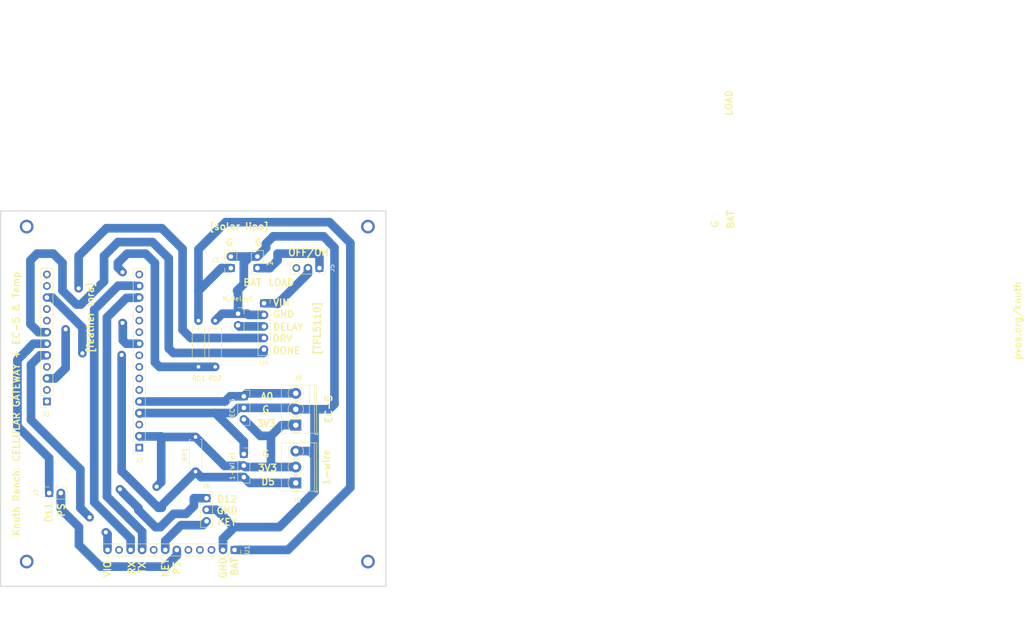
<source format=kicad_pcb>
(kicad_pcb (version 20171130) (host pcbnew 5.0.2-bee76a0~70~ubuntu18.04.1)

  (general
    (thickness 1.6)
    (drawings 67)
    (tracks 229)
    (zones 0)
    (modules 17)
    (nets 18)
  )

  (page A4)
  (layers
    (0 F.Cu signal)
    (31 B.Cu signal)
    (32 B.Adhes user)
    (33 F.Adhes user)
    (34 B.Paste user)
    (35 F.Paste user)
    (36 B.SilkS user)
    (37 F.SilkS user)
    (38 B.Mask user)
    (39 F.Mask user)
    (40 Dwgs.User user)
    (41 Cmts.User user)
    (42 Eco1.User user)
    (43 Eco2.User user)
    (44 Edge.Cuts user)
    (45 Margin user)
    (46 B.CrtYd user)
    (47 F.CrtYd user)
    (48 B.Fab user)
    (49 F.Fab user)
  )

  (setup
    (last_trace_width 1.905)
    (user_trace_width 0.254)
    (user_trace_width 0.381)
    (user_trace_width 0.635)
    (user_trace_width 1.27)
    (user_trace_width 1.905)
    (user_trace_width 2.54)
    (trace_clearance 0.2)
    (zone_clearance 0.508)
    (zone_45_only no)
    (trace_min 0.2)
    (segment_width 0.2)
    (edge_width 0.15)
    (via_size 1.778)
    (via_drill 0.889)
    (via_min_size 0.4)
    (via_min_drill 0.508)
    (uvia_size 0.3)
    (uvia_drill 0.1)
    (uvias_allowed no)
    (uvia_min_size 0.2)
    (uvia_min_drill 0.1)
    (pcb_text_width 0.3)
    (pcb_text_size 1.5 1.5)
    (mod_edge_width 0.15)
    (mod_text_size 1 1)
    (mod_text_width 0.15)
    (pad_size 1.4 1.4)
    (pad_drill 0.7)
    (pad_to_mask_clearance 0.051)
    (solder_mask_min_width 0.25)
    (aux_axis_origin 0 0)
    (visible_elements FFFFFF3F)
    (pcbplotparams
      (layerselection 0x010fc_ffffffff)
      (usegerberextensions false)
      (usegerberattributes false)
      (usegerberadvancedattributes false)
      (creategerberjobfile false)
      (excludeedgelayer true)
      (linewidth 0.100000)
      (plotframeref false)
      (viasonmask false)
      (mode 1)
      (useauxorigin false)
      (hpglpennumber 1)
      (hpglpenspeed 20)
      (hpglpendiameter 15.000000)
      (psnegative false)
      (psa4output false)
      (plotreference true)
      (plotvalue true)
      (plotinvisibletext false)
      (padsonsilk false)
      (subtractmaskfromsilk false)
      (outputformat 1)
      (mirror false)
      (drillshape 0)
      (scaleselection 1)
      (outputdirectory "gerb/drill_ps/"))
  )

  (net 0 "")
  (net 1 GND)
  (net 2 "Net-(R_Delay1-Pad2)")
  (net 3 +3V3)
  (net 4 D5)
  (net 5 A0)
  (net 6 D10)
  (net 7 A5)
  (net 8 VBUS)
  (net 9 D12)
  (net 10 D11)
  (net 11 FEATHER_RX)
  (net 12 FEATHER_TX)
  (net 13 BATT)
  (net 14 LOAD)
  (net 15 SWITCHED_LOAD)
  (net 16 KEY)
  (net 17 PS)

  (net_class Default "This is the default net class."
    (clearance 0.2)
    (trace_width 0.25)
    (via_dia 1.778)
    (via_drill 0.889)
    (uvia_dia 0.3)
    (uvia_drill 0.1)
    (add_net +3V3)
    (add_net A0)
    (add_net A5)
    (add_net BATT)
    (add_net D10)
    (add_net D11)
    (add_net D12)
    (add_net D5)
    (add_net FEATHER_RX)
    (add_net FEATHER_TX)
    (add_net GND)
    (add_net KEY)
    (add_net LOAD)
    (add_net "Net-(R_Delay1-Pad2)")
    (add_net PS)
    (add_net SWITCHED_LOAD)
    (add_net VBUS)
  )

  (module Connector_PinSocket_2.54mm:PinSocket_1x02_P2.54mm_Vertical (layer F.Cu) (tedit 5A19A420) (tstamp 5D26FF4A)
    (at 124.46 105.156)
    (descr "Through hole straight socket strip, 1x02, 2.54mm pitch, single row (from Kicad 4.0.7), script generated")
    (tags "Through hole socket strip THT 1x02 2.54mm single row")
    (path /5D197A39)
    (fp_text reference R_Delay1 (at 0 -3.302 180) (layer F.SilkS)
      (effects (font (size 1 1) (thickness 0.15)))
    )
    (fp_text value Conn_01x02_Female (at 0 5.31) (layer F.Fab)
      (effects (font (size 1 1) (thickness 0.15)))
    )
    (fp_line (start -1.27 -1.27) (end 0.635 -1.27) (layer F.Fab) (width 0.1))
    (fp_line (start 0.635 -1.27) (end 1.27 -0.635) (layer F.Fab) (width 0.1))
    (fp_line (start 1.27 -0.635) (end 1.27 3.81) (layer F.Fab) (width 0.1))
    (fp_line (start 1.27 3.81) (end -1.27 3.81) (layer F.Fab) (width 0.1))
    (fp_line (start -1.27 3.81) (end -1.27 -1.27) (layer F.Fab) (width 0.1))
    (fp_line (start -1.33 1.27) (end 1.33 1.27) (layer F.SilkS) (width 0.12))
    (fp_line (start -1.33 1.27) (end -1.33 3.87) (layer F.SilkS) (width 0.12))
    (fp_line (start -1.33 3.87) (end 1.33 3.87) (layer F.SilkS) (width 0.12))
    (fp_line (start 1.33 1.27) (end 1.33 3.87) (layer F.SilkS) (width 0.12))
    (fp_line (start 1.33 -1.33) (end 1.33 0) (layer F.SilkS) (width 0.12))
    (fp_line (start 0 -1.33) (end 1.33 -1.33) (layer F.SilkS) (width 0.12))
    (fp_line (start -1.8 -1.8) (end 1.75 -1.8) (layer F.CrtYd) (width 0.05))
    (fp_line (start 1.75 -1.8) (end 1.75 4.3) (layer F.CrtYd) (width 0.05))
    (fp_line (start 1.75 4.3) (end -1.8 4.3) (layer F.CrtYd) (width 0.05))
    (fp_line (start -1.8 4.3) (end -1.8 -1.8) (layer F.CrtYd) (width 0.05))
    (fp_text user %R (at 0 6.35 180) (layer F.Fab)
      (effects (font (size 1 1) (thickness 0.15)))
    )
    (pad 1 thru_hole rect (at 0 0) (size 1.7 1.7) (drill 1) (layers *.Cu *.Mask)
      (net 1 GND))
    (pad 2 thru_hole oval (at 0 2.54) (size 1.7 1.7) (drill 1) (layers *.Cu *.Mask)
      (net 2 "Net-(R_Delay1-Pad2)"))
    (model ${KISYS3DMOD}/Connector_PinSocket_2.54mm.3dshapes/PinSocket_1x02_P2.54mm_Vertical.wrl
      (at (xyz 0 0 0))
      (scale (xyz 1 1 1))
      (rotate (xyz 0 0 0))
    )
  )

  (module Connector_PinSocket_2.54mm:PinSocket_1x05_P2.54mm_Vertical (layer F.Cu) (tedit 5A19A420) (tstamp 5D2702E4)
    (at 130.175 102.87)
    (descr "Through hole straight socket strip, 1x05, 2.54mm pitch, single row (from Kicad 4.0.7), script generated")
    (tags "Through hole socket strip THT 1x05 2.54mm single row")
    (path /5D196517)
    (fp_text reference U4 (at 0 13.081) (layer F.SilkS)
      (effects (font (size 1 1) (thickness 0.15)))
    )
    (fp_text value tpl5111 (at 0 12.93) (layer F.Fab)
      (effects (font (size 1 1) (thickness 0.15)))
    )
    (fp_line (start -1.27 -1.27) (end 0.635 -1.27) (layer F.Fab) (width 0.1))
    (fp_line (start 0.635 -1.27) (end 1.27 -0.635) (layer F.Fab) (width 0.1))
    (fp_line (start 1.27 -0.635) (end 1.27 11.43) (layer F.Fab) (width 0.1))
    (fp_line (start 1.27 11.43) (end -1.27 11.43) (layer F.Fab) (width 0.1))
    (fp_line (start -1.27 11.43) (end -1.27 -1.27) (layer F.Fab) (width 0.1))
    (fp_line (start -1.33 1.27) (end 1.33 1.27) (layer F.SilkS) (width 0.12))
    (fp_line (start -1.33 1.27) (end -1.33 11.49) (layer F.SilkS) (width 0.12))
    (fp_line (start -1.33 11.49) (end 1.33 11.49) (layer F.SilkS) (width 0.12))
    (fp_line (start 1.33 1.27) (end 1.33 11.49) (layer F.SilkS) (width 0.12))
    (fp_line (start 1.33 -1.33) (end 1.33 0) (layer F.SilkS) (width 0.12))
    (fp_line (start 0 -1.33) (end 1.33 -1.33) (layer F.SilkS) (width 0.12))
    (fp_line (start -1.8 -1.8) (end 1.75 -1.8) (layer F.CrtYd) (width 0.05))
    (fp_line (start 1.75 -1.8) (end 1.75 11.9) (layer F.CrtYd) (width 0.05))
    (fp_line (start 1.75 11.9) (end -1.8 11.9) (layer F.CrtYd) (width 0.05))
    (fp_line (start -1.8 11.9) (end -1.8 -1.8) (layer F.CrtYd) (width 0.05))
    (fp_text user %R (at 0 5.08 -270) (layer F.Fab)
      (effects (font (size 1 1) (thickness 0.15)))
    )
    (pad 1 thru_hole rect (at 0 0) (size 1.7 1.7) (drill 1) (layers *.Cu *.Mask)
      (net 15 SWITCHED_LOAD))
    (pad 2 thru_hole oval (at 0 2.54) (size 1.7 1.7) (drill 1) (layers *.Cu *.Mask)
      (net 1 GND))
    (pad 3 thru_hole oval (at 0 5.08) (size 1.7 1.7) (drill 1) (layers *.Cu *.Mask)
      (net 2 "Net-(R_Delay1-Pad2)"))
    (pad 4 thru_hole oval (at 0 7.62) (size 1.7 1.7) (drill 1) (layers *.Cu *.Mask)
      (net 8 VBUS))
    (pad 5 thru_hole oval (at 0 10.16) (size 1.7 1.7) (drill 1) (layers *.Cu *.Mask)
      (net 6 D10))
    (model ${KISYS3DMOD}/Connector_PinSocket_2.54mm.3dshapes/PinSocket_1x05_P2.54mm_Vertical.wrl
      (at (xyz 0 0 0))
      (scale (xyz 1 1 1))
      (rotate (xyz 0 0 0))
    )
  )

  (module Connector_PinSocket_2.54mm:PinSocket_1x03_P2.54mm_Vertical (layer F.Cu) (tedit 5A19A429) (tstamp 5D3A9648)
    (at 125.73 136.017)
    (descr "Through hole straight socket strip, 1x03, 2.54mm pitch, single row (from Kicad 4.0.7), script generated")
    (tags "Through hole socket strip THT 1x03 2.54mm single row")
    (path /5D3CC155)
    (fp_text reference 1-Wire1 (at -2.54 2.54 90) (layer F.SilkS)
      (effects (font (size 1 1) (thickness 0.15)))
    )
    (fp_text value Conn_01x03_Female (at 0 7.85) (layer F.Fab)
      (effects (font (size 1 1) (thickness 0.15)))
    )
    (fp_text user %R (at 0 2.54 90) (layer F.Fab)
      (effects (font (size 1 1) (thickness 0.15)))
    )
    (fp_line (start -1.8 6.85) (end -1.8 -1.8) (layer F.CrtYd) (width 0.05))
    (fp_line (start 1.75 6.85) (end -1.8 6.85) (layer F.CrtYd) (width 0.05))
    (fp_line (start 1.75 -1.8) (end 1.75 6.85) (layer F.CrtYd) (width 0.05))
    (fp_line (start -1.8 -1.8) (end 1.75 -1.8) (layer F.CrtYd) (width 0.05))
    (fp_line (start 0 -1.33) (end 1.33 -1.33) (layer F.SilkS) (width 0.12))
    (fp_line (start 1.33 -1.33) (end 1.33 0) (layer F.SilkS) (width 0.12))
    (fp_line (start 1.33 1.27) (end 1.33 6.41) (layer F.SilkS) (width 0.12))
    (fp_line (start -1.33 6.41) (end 1.33 6.41) (layer F.SilkS) (width 0.12))
    (fp_line (start -1.33 1.27) (end -1.33 6.41) (layer F.SilkS) (width 0.12))
    (fp_line (start -1.33 1.27) (end 1.33 1.27) (layer F.SilkS) (width 0.12))
    (fp_line (start -1.27 6.35) (end -1.27 -1.27) (layer F.Fab) (width 0.1))
    (fp_line (start 1.27 6.35) (end -1.27 6.35) (layer F.Fab) (width 0.1))
    (fp_line (start 1.27 -0.635) (end 1.27 6.35) (layer F.Fab) (width 0.1))
    (fp_line (start 0.635 -1.27) (end 1.27 -0.635) (layer F.Fab) (width 0.1))
    (fp_line (start -1.27 -1.27) (end 0.635 -1.27) (layer F.Fab) (width 0.1))
    (pad 3 thru_hole oval (at 0 5.08) (size 1.7 1.7) (drill 1) (layers *.Cu *.Mask)
      (net 4 D5))
    (pad 2 thru_hole oval (at 0 2.54) (size 1.7 1.7) (drill 1) (layers *.Cu *.Mask)
      (net 3 +3V3))
    (pad 1 thru_hole rect (at 0 0) (size 1.7 1.7) (drill 1) (layers *.Cu *.Mask)
      (net 1 GND))
    (model ${KISYS3DMOD}/Connector_PinSocket_2.54mm.3dshapes/PinSocket_1x03_P2.54mm_Vertical.wrl
      (at (xyz 0 0 0))
      (scale (xyz 1 1 1))
      (rotate (xyz 0 0 0))
    )
  )

  (module Connector_PinSocket_2.54mm:PinSocket_1x03_P2.54mm_Vertical (layer F.Cu) (tedit 5A19A429) (tstamp 5D4695DA)
    (at 125.73 123.317)
    (descr "Through hole straight socket strip, 1x03, 2.54mm pitch, single row (from Kicad 4.0.7), script generated")
    (tags "Through hole socket strip THT 1x03 2.54mm single row")
    (path /5D3CA29A)
    (fp_text reference EC-5 (at -2.54 2.54 90) (layer F.SilkS)
      (effects (font (size 1 1) (thickness 0.15)))
    )
    (fp_text value Conn_01x03_Female (at 0 7.85) (layer F.Fab)
      (effects (font (size 1 1) (thickness 0.15)))
    )
    (fp_line (start -1.27 -1.27) (end 0.635 -1.27) (layer F.Fab) (width 0.1))
    (fp_line (start 0.635 -1.27) (end 1.27 -0.635) (layer F.Fab) (width 0.1))
    (fp_line (start 1.27 -0.635) (end 1.27 6.35) (layer F.Fab) (width 0.1))
    (fp_line (start 1.27 6.35) (end -1.27 6.35) (layer F.Fab) (width 0.1))
    (fp_line (start -1.27 6.35) (end -1.27 -1.27) (layer F.Fab) (width 0.1))
    (fp_line (start -1.33 1.27) (end 1.33 1.27) (layer F.SilkS) (width 0.12))
    (fp_line (start -1.33 1.27) (end -1.33 6.41) (layer F.SilkS) (width 0.12))
    (fp_line (start -1.33 6.41) (end 1.33 6.41) (layer F.SilkS) (width 0.12))
    (fp_line (start 1.33 1.27) (end 1.33 6.41) (layer F.SilkS) (width 0.12))
    (fp_line (start 1.33 -1.33) (end 1.33 0) (layer F.SilkS) (width 0.12))
    (fp_line (start 0 -1.33) (end 1.33 -1.33) (layer F.SilkS) (width 0.12))
    (fp_line (start -1.8 -1.8) (end 1.75 -1.8) (layer F.CrtYd) (width 0.05))
    (fp_line (start 1.75 -1.8) (end 1.75 6.85) (layer F.CrtYd) (width 0.05))
    (fp_line (start 1.75 6.85) (end -1.8 6.85) (layer F.CrtYd) (width 0.05))
    (fp_line (start -1.8 6.85) (end -1.8 -1.8) (layer F.CrtYd) (width 0.05))
    (fp_text user %R (at 0 2.54 90) (layer F.Fab)
      (effects (font (size 1 1) (thickness 0.15)))
    )
    (pad 1 thru_hole rect (at 0 0) (size 1.7 1.7) (drill 1) (layers *.Cu *.Mask)
      (net 5 A0))
    (pad 2 thru_hole oval (at 0 2.54) (size 1.7 1.7) (drill 1) (layers *.Cu *.Mask)
      (net 1 GND))
    (pad 3 thru_hole oval (at 0 5.08) (size 1.7 1.7) (drill 1) (layers *.Cu *.Mask)
      (net 3 +3V3))
    (model ${KISYS3DMOD}/Connector_PinSocket_2.54mm.3dshapes/PinSocket_1x03_P2.54mm_Vertical.wrl
      (at (xyz 0 0 0))
      (scale (xyz 1 1 1))
      (rotate (xyz 0 0 0))
    )
  )

  (module Connector_PinSocket_2.54mm:PinSocket_1x12_P2.54mm_Vertical (layer F.Cu) (tedit 5A19A41D) (tstamp 5D4692E4)
    (at 82.423 124.46 180)
    (descr "Through hole straight socket strip, 1x12, 2.54mm pitch, single row (from Kicad 4.0.7), script generated")
    (tags "Through hole socket strip THT 1x12 2.54mm single row")
    (path /5D3A6009)
    (fp_text reference J1 (at 0 -2.77) (layer F.SilkS)
      (effects (font (size 1 1) (thickness 0.15)))
    )
    (fp_text value FeatherLora1 (at 0 30.71) (layer F.Fab)
      (effects (font (size 1 1) (thickness 0.15)))
    )
    (fp_line (start -1.27 -1.27) (end 0.635 -1.27) (layer F.Fab) (width 0.1))
    (fp_line (start 0.635 -1.27) (end 1.27 -0.635) (layer F.Fab) (width 0.1))
    (fp_line (start 1.27 -0.635) (end 1.27 29.21) (layer F.Fab) (width 0.1))
    (fp_line (start 1.27 29.21) (end -1.27 29.21) (layer F.Fab) (width 0.1))
    (fp_line (start -1.27 29.21) (end -1.27 -1.27) (layer F.Fab) (width 0.1))
    (fp_line (start -1.33 1.27) (end 1.33 1.27) (layer F.SilkS) (width 0.12))
    (fp_line (start -1.33 1.27) (end -1.33 29.27) (layer F.SilkS) (width 0.12))
    (fp_line (start -1.33 29.27) (end 1.33 29.27) (layer F.SilkS) (width 0.12))
    (fp_line (start 1.33 1.27) (end 1.33 29.27) (layer F.SilkS) (width 0.12))
    (fp_line (start 1.33 -1.33) (end 1.33 0) (layer F.SilkS) (width 0.12))
    (fp_line (start 0 -1.33) (end 1.33 -1.33) (layer F.SilkS) (width 0.12))
    (fp_line (start -1.8 -1.8) (end 1.75 -1.8) (layer F.CrtYd) (width 0.05))
    (fp_line (start 1.75 -1.8) (end 1.75 29.7) (layer F.CrtYd) (width 0.05))
    (fp_line (start 1.75 29.7) (end -1.8 29.7) (layer F.CrtYd) (width 0.05))
    (fp_line (start -1.8 29.7) (end -1.8 -1.8) (layer F.CrtYd) (width 0.05))
    (fp_text user %R (at 0 13.97 90) (layer F.Fab)
      (effects (font (size 1 1) (thickness 0.15)))
    )
    (pad 1 thru_hole rect (at 0 0 180) (size 1.7 1.7) (drill 1) (layers *.Cu *.Mask))
    (pad 2 thru_hole oval (at 0 2.54 180) (size 1.7 1.7) (drill 1) (layers *.Cu *.Mask))
    (pad 3 thru_hole oval (at 0 5.08 180) (size 1.7 1.7) (drill 1) (layers *.Cu *.Mask)
      (net 8 VBUS))
    (pad 4 thru_hole oval (at 0 7.62 180) (size 1.7 1.7) (drill 1) (layers *.Cu *.Mask))
    (pad 5 thru_hole oval (at 0 10.16 180) (size 1.7 1.7) (drill 1) (layers *.Cu *.Mask)
      (net 9 D12))
    (pad 6 thru_hole oval (at 0 12.7 180) (size 1.7 1.7) (drill 1) (layers *.Cu *.Mask)
      (net 10 D11))
    (pad 7 thru_hole oval (at 0 15.24 180) (size 1.7 1.7) (drill 1) (layers *.Cu *.Mask)
      (net 6 D10))
    (pad 8 thru_hole oval (at 0 17.78 180) (size 1.7 1.7) (drill 1) (layers *.Cu *.Mask))
    (pad 9 thru_hole oval (at 0 20.32 180) (size 1.7 1.7) (drill 1) (layers *.Cu *.Mask))
    (pad 10 thru_hole oval (at 0 22.86 180) (size 1.7 1.7) (drill 1) (layers *.Cu *.Mask)
      (net 4 D5))
    (pad 11 thru_hole oval (at 0 25.4 180) (size 1.7 1.7) (drill 1) (layers *.Cu *.Mask))
    (pad 12 thru_hole oval (at 0 27.94 180) (size 1.7 1.7) (drill 1) (layers *.Cu *.Mask))
    (model ${KISYS3DMOD}/Connector_PinSocket_2.54mm.3dshapes/PinSocket_1x12_P2.54mm_Vertical.wrl
      (at (xyz 0 0 0))
      (scale (xyz 1 1 1))
      (rotate (xyz 0 0 0))
    )
  )

  (module Connector_PinSocket_2.54mm:PinSocket_1x16_P2.54mm_Vertical (layer F.Cu) (tedit 5A19A41E) (tstamp 5D469345)
    (at 102.743 134.62 180)
    (descr "Through hole straight socket strip, 1x16, 2.54mm pitch, single row (from Kicad 4.0.7), script generated")
    (tags "Through hole socket strip THT 1x16 2.54mm single row")
    (path /5D3A613C)
    (fp_text reference J2 (at 0 -2.77 180) (layer F.SilkS)
      (effects (font (size 1 1) (thickness 0.15)))
    )
    (fp_text value FeatherLora2 (at 0 40.87 180) (layer F.Fab)
      (effects (font (size 1 1) (thickness 0.15)))
    )
    (fp_line (start -1.27 -1.27) (end 0.635 -1.27) (layer F.Fab) (width 0.1))
    (fp_line (start 0.635 -1.27) (end 1.27 -0.635) (layer F.Fab) (width 0.1))
    (fp_line (start 1.27 -0.635) (end 1.27 39.37) (layer F.Fab) (width 0.1))
    (fp_line (start 1.27 39.37) (end -1.27 39.37) (layer F.Fab) (width 0.1))
    (fp_line (start -1.27 39.37) (end -1.27 -1.27) (layer F.Fab) (width 0.1))
    (fp_line (start -1.33 1.27) (end 1.33 1.27) (layer F.SilkS) (width 0.12))
    (fp_line (start -1.33 1.27) (end -1.33 39.43) (layer F.SilkS) (width 0.12))
    (fp_line (start -1.33 39.43) (end 1.33 39.43) (layer F.SilkS) (width 0.12))
    (fp_line (start 1.33 1.27) (end 1.33 39.43) (layer F.SilkS) (width 0.12))
    (fp_line (start 1.33 -1.33) (end 1.33 0) (layer F.SilkS) (width 0.12))
    (fp_line (start 0 -1.33) (end 1.33 -1.33) (layer F.SilkS) (width 0.12))
    (fp_line (start -1.8 -1.8) (end 1.75 -1.8) (layer F.CrtYd) (width 0.05))
    (fp_line (start 1.75 -1.8) (end 1.75 39.9) (layer F.CrtYd) (width 0.05))
    (fp_line (start 1.75 39.9) (end -1.8 39.9) (layer F.CrtYd) (width 0.05))
    (fp_line (start -1.8 39.9) (end -1.8 -1.8) (layer F.CrtYd) (width 0.05))
    (fp_text user %R (at 0 19.05 270) (layer F.Fab)
      (effects (font (size 1 1) (thickness 0.15)))
    )
    (pad 1 thru_hole rect (at 0 0 180) (size 1.7 1.7) (drill 1) (layers *.Cu *.Mask))
    (pad 2 thru_hole oval (at 0 2.54 180) (size 1.7 1.7) (drill 1) (layers *.Cu *.Mask)
      (net 3 +3V3))
    (pad 3 thru_hole oval (at 0 5.08 180) (size 1.7 1.7) (drill 1) (layers *.Cu *.Mask))
    (pad 4 thru_hole oval (at 0 7.62 180) (size 1.7 1.7) (drill 1) (layers *.Cu *.Mask)
      (net 1 GND))
    (pad 5 thru_hole oval (at 0 10.16 180) (size 1.7 1.7) (drill 1) (layers *.Cu *.Mask)
      (net 5 A0))
    (pad 6 thru_hole oval (at 0 12.7 180) (size 1.7 1.7) (drill 1) (layers *.Cu *.Mask))
    (pad 7 thru_hole oval (at 0 15.24 180) (size 1.7 1.7) (drill 1) (layers *.Cu *.Mask))
    (pad 8 thru_hole oval (at 0 17.78 180) (size 1.7 1.7) (drill 1) (layers *.Cu *.Mask))
    (pad 9 thru_hole oval (at 0 20.32 180) (size 1.7 1.7) (drill 1) (layers *.Cu *.Mask))
    (pad 10 thru_hole oval (at 0 22.86 180) (size 1.7 1.7) (drill 1) (layers *.Cu *.Mask)
      (net 7 A5))
    (pad 11 thru_hole oval (at 0 25.4 180) (size 1.7 1.7) (drill 1) (layers *.Cu *.Mask))
    (pad 12 thru_hole oval (at 0 27.94 180) (size 1.7 1.7) (drill 1) (layers *.Cu *.Mask))
    (pad 13 thru_hole oval (at 0 30.48 180) (size 1.7 1.7) (drill 1) (layers *.Cu *.Mask))
    (pad 14 thru_hole oval (at 0 33.02 180) (size 1.7 1.7) (drill 1) (layers *.Cu *.Mask)
      (net 11 FEATHER_RX))
    (pad 15 thru_hole oval (at 0 35.56 180) (size 1.7 1.7) (drill 1) (layers *.Cu *.Mask)
      (net 12 FEATHER_TX))
    (pad 16 thru_hole oval (at 0 38.1 180) (size 1.7 1.7) (drill 1) (layers *.Cu *.Mask))
    (model ${KISYS3DMOD}/Connector_PinSocket_2.54mm.3dshapes/PinSocket_1x16_P2.54mm_Vertical.wrl
      (at (xyz 0 0 0))
      (scale (xyz 1 1 1))
      (rotate (xyz 0 0 0))
    )
  )

  (module Resistor_THT:R_Axial_DIN0207_L6.3mm_D2.5mm_P7.62mm_Horizontal (layer F.Cu) (tedit 5AE5139B) (tstamp 5D4A7729)
    (at 115.1255 139.8905 90)
    (descr "Resistor, Axial_DIN0207 series, Axial, Horizontal, pin pitch=7.62mm, 0.25W = 1/4W, length*diameter=6.3*2.5mm^2, http://cdn-reichelt.de/documents/datenblatt/B400/1_4W%23YAG.pdf")
    (tags "Resistor Axial_DIN0207 series Axial Horizontal pin pitch 7.62mm 0.25W = 1/4W length 6.3mm diameter 2.5mm")
    (path /5D3DC753)
    (fp_text reference RP1 (at 3.81 -2.37 90) (layer F.SilkS)
      (effects (font (size 1 1) (thickness 0.15)))
    )
    (fp_text value 4.7K (at 3.81 2.37 90) (layer F.Fab)
      (effects (font (size 1 1) (thickness 0.15)))
    )
    (fp_line (start 0.66 -1.25) (end 0.66 1.25) (layer F.Fab) (width 0.1))
    (fp_line (start 0.66 1.25) (end 6.96 1.25) (layer F.Fab) (width 0.1))
    (fp_line (start 6.96 1.25) (end 6.96 -1.25) (layer F.Fab) (width 0.1))
    (fp_line (start 6.96 -1.25) (end 0.66 -1.25) (layer F.Fab) (width 0.1))
    (fp_line (start 0 0) (end 0.66 0) (layer F.Fab) (width 0.1))
    (fp_line (start 7.62 0) (end 6.96 0) (layer F.Fab) (width 0.1))
    (fp_line (start 0.54 -1.04) (end 0.54 -1.37) (layer F.SilkS) (width 0.12))
    (fp_line (start 0.54 -1.37) (end 7.08 -1.37) (layer F.SilkS) (width 0.12))
    (fp_line (start 7.08 -1.37) (end 7.08 -1.04) (layer F.SilkS) (width 0.12))
    (fp_line (start 0.54 1.04) (end 0.54 1.37) (layer F.SilkS) (width 0.12))
    (fp_line (start 0.54 1.37) (end 7.08 1.37) (layer F.SilkS) (width 0.12))
    (fp_line (start 7.08 1.37) (end 7.08 1.04) (layer F.SilkS) (width 0.12))
    (fp_line (start -1.05 -1.5) (end -1.05 1.5) (layer F.CrtYd) (width 0.05))
    (fp_line (start -1.05 1.5) (end 8.67 1.5) (layer F.CrtYd) (width 0.05))
    (fp_line (start 8.67 1.5) (end 8.67 -1.5) (layer F.CrtYd) (width 0.05))
    (fp_line (start 8.67 -1.5) (end -1.05 -1.5) (layer F.CrtYd) (width 0.05))
    (fp_text user %R (at 3.81 0 90) (layer F.Fab)
      (effects (font (size 1 1) (thickness 0.15)))
    )
    (pad 1 thru_hole circle (at 0 0 90) (size 1.6 1.6) (drill 0.8) (layers *.Cu *.Mask)
      (net 4 D5))
    (pad 2 thru_hole oval (at 7.62 0 90) (size 1.6 1.6) (drill 0.8) (layers *.Cu *.Mask)
      (net 3 +3V3))
    (model ${KISYS3DMOD}/Resistor_THT.3dshapes/R_Axial_DIN0207_L6.3mm_D2.5mm_P7.62mm_Horizontal.wrl
      (at (xyz 0 0 0))
      (scale (xyz 1 1 1))
      (rotate (xyz 0 0 0))
    )
  )

  (module Connector_PinSocket_2.54mm:PinSocket_1x02_P2.54mm_Vertical (layer F.Cu) (tedit 5A19A420) (tstamp 5D4A6985)
    (at 122.8725 95.123 180)
    (descr "Through hole straight socket strip, 1x02, 2.54mm pitch, single row (from Kicad 4.0.7), script generated")
    (tags "Through hole socket strip THT 1x02 2.54mm single row")
    (path /5D3DFE86)
    (fp_text reference J3 (at 3.4925 1.778 180) (layer F.SilkS)
      (effects (font (size 1 1) (thickness 0.15)))
    )
    (fp_text value Conn_01x02_Female (at 0 5.31 180) (layer F.Fab)
      (effects (font (size 1 1) (thickness 0.15)))
    )
    (fp_text user %R (at 0 1.27 270) (layer F.Fab)
      (effects (font (size 1 1) (thickness 0.15)))
    )
    (fp_line (start -1.8 4.3) (end -1.8 -1.8) (layer F.CrtYd) (width 0.05))
    (fp_line (start 1.75 4.3) (end -1.8 4.3) (layer F.CrtYd) (width 0.05))
    (fp_line (start 1.75 -1.8) (end 1.75 4.3) (layer F.CrtYd) (width 0.05))
    (fp_line (start -1.8 -1.8) (end 1.75 -1.8) (layer F.CrtYd) (width 0.05))
    (fp_line (start 0 -1.33) (end 1.33 -1.33) (layer F.SilkS) (width 0.12))
    (fp_line (start 1.33 -1.33) (end 1.33 0) (layer F.SilkS) (width 0.12))
    (fp_line (start 1.33 1.27) (end 1.33 3.87) (layer F.SilkS) (width 0.12))
    (fp_line (start -1.33 3.87) (end 1.33 3.87) (layer F.SilkS) (width 0.12))
    (fp_line (start -1.33 1.27) (end -1.33 3.87) (layer F.SilkS) (width 0.12))
    (fp_line (start -1.33 1.27) (end 1.33 1.27) (layer F.SilkS) (width 0.12))
    (fp_line (start -1.27 3.81) (end -1.27 -1.27) (layer F.Fab) (width 0.1))
    (fp_line (start 1.27 3.81) (end -1.27 3.81) (layer F.Fab) (width 0.1))
    (fp_line (start 1.27 -0.635) (end 1.27 3.81) (layer F.Fab) (width 0.1))
    (fp_line (start 0.635 -1.27) (end 1.27 -0.635) (layer F.Fab) (width 0.1))
    (fp_line (start -1.27 -1.27) (end 0.635 -1.27) (layer F.Fab) (width 0.1))
    (pad 2 thru_hole oval (at 0 2.54 180) (size 1.7 1.7) (drill 1) (layers *.Cu *.Mask)
      (net 1 GND))
    (pad 1 thru_hole rect (at 0 0 180) (size 1.7 1.7) (drill 1) (layers *.Cu *.Mask)
      (net 13 BATT))
    (model ${KISYS3DMOD}/Connector_PinSocket_2.54mm.3dshapes/PinSocket_1x02_P2.54mm_Vertical.wrl
      (at (xyz 0 0 0))
      (scale (xyz 1 1 1))
      (rotate (xyz 0 0 0))
    )
  )

  (module Connector_PinSocket_2.54mm:PinSocket_1x02_P2.54mm_Vertical (layer F.Cu) (tedit 5A19A420) (tstamp 5D4A6EF8)
    (at 128.7145 95.123 180)
    (descr "Through hole straight socket strip, 1x02, 2.54mm pitch, single row (from Kicad 4.0.7), script generated")
    (tags "Through hole socket strip THT 1x02 2.54mm single row")
    (path /5D3E035E)
    (fp_text reference J4 (at -2.7305 1.143 180) (layer F.SilkS)
      (effects (font (size 1 1) (thickness 0.15)))
    )
    (fp_text value Conn_01x02_Female (at 0 5.31 180) (layer F.Fab)
      (effects (font (size 1 1) (thickness 0.15)))
    )
    (fp_line (start -1.27 -1.27) (end 0.635 -1.27) (layer F.Fab) (width 0.1))
    (fp_line (start 0.635 -1.27) (end 1.27 -0.635) (layer F.Fab) (width 0.1))
    (fp_line (start 1.27 -0.635) (end 1.27 3.81) (layer F.Fab) (width 0.1))
    (fp_line (start 1.27 3.81) (end -1.27 3.81) (layer F.Fab) (width 0.1))
    (fp_line (start -1.27 3.81) (end -1.27 -1.27) (layer F.Fab) (width 0.1))
    (fp_line (start -1.33 1.27) (end 1.33 1.27) (layer F.SilkS) (width 0.12))
    (fp_line (start -1.33 1.27) (end -1.33 3.87) (layer F.SilkS) (width 0.12))
    (fp_line (start -1.33 3.87) (end 1.33 3.87) (layer F.SilkS) (width 0.12))
    (fp_line (start 1.33 1.27) (end 1.33 3.87) (layer F.SilkS) (width 0.12))
    (fp_line (start 1.33 -1.33) (end 1.33 0) (layer F.SilkS) (width 0.12))
    (fp_line (start 0 -1.33) (end 1.33 -1.33) (layer F.SilkS) (width 0.12))
    (fp_line (start -1.8 -1.8) (end 1.75 -1.8) (layer F.CrtYd) (width 0.05))
    (fp_line (start 1.75 -1.8) (end 1.75 4.3) (layer F.CrtYd) (width 0.05))
    (fp_line (start 1.75 4.3) (end -1.8 4.3) (layer F.CrtYd) (width 0.05))
    (fp_line (start -1.8 4.3) (end -1.8 -1.8) (layer F.CrtYd) (width 0.05))
    (fp_text user %R (at 0 1.27 270) (layer F.Fab)
      (effects (font (size 1 1) (thickness 0.15)))
    )
    (pad 1 thru_hole rect (at 0 0 180) (size 1.7 1.7) (drill 1) (layers *.Cu *.Mask)
      (net 14 LOAD))
    (pad 2 thru_hole oval (at 0 2.54 180) (size 1.7 1.7) (drill 1) (layers *.Cu *.Mask)
      (net 1 GND))
    (model ${KISYS3DMOD}/Connector_PinSocket_2.54mm.3dshapes/PinSocket_1x02_P2.54mm_Vertical.wrl
      (at (xyz 0 0 0))
      (scale (xyz 1 1 1))
      (rotate (xyz 0 0 0))
    )
  )

  (module Connector_PinSocket_2.54mm:PinSocket_1x03_P2.54mm_Vertical (layer F.Cu) (tedit 5A19A429) (tstamp 5D4A5CE3)
    (at 142.367 95.123 270)
    (descr "Through hole straight socket strip, 1x03, 2.54mm pitch, single row (from Kicad 4.0.7), script generated")
    (tags "Through hole socket strip THT 1x03 2.54mm single row")
    (path /5D3E0DC7)
    (fp_text reference J5 (at 0 -2.77 270) (layer F.SilkS)
      (effects (font (size 1 1) (thickness 0.15)))
    )
    (fp_text value Conn_01x03_Female (at 0 7.85 270) (layer F.Fab)
      (effects (font (size 1 1) (thickness 0.15)))
    )
    (fp_text user %R (at 0 2.54) (layer F.Fab)
      (effects (font (size 1 1) (thickness 0.15)))
    )
    (fp_line (start -1.8 6.85) (end -1.8 -1.8) (layer F.CrtYd) (width 0.05))
    (fp_line (start 1.75 6.85) (end -1.8 6.85) (layer F.CrtYd) (width 0.05))
    (fp_line (start 1.75 -1.8) (end 1.75 6.85) (layer F.CrtYd) (width 0.05))
    (fp_line (start -1.8 -1.8) (end 1.75 -1.8) (layer F.CrtYd) (width 0.05))
    (fp_line (start 0 -1.33) (end 1.33 -1.33) (layer F.SilkS) (width 0.12))
    (fp_line (start 1.33 -1.33) (end 1.33 0) (layer F.SilkS) (width 0.12))
    (fp_line (start 1.33 1.27) (end 1.33 6.41) (layer F.SilkS) (width 0.12))
    (fp_line (start -1.33 6.41) (end 1.33 6.41) (layer F.SilkS) (width 0.12))
    (fp_line (start -1.33 1.27) (end -1.33 6.41) (layer F.SilkS) (width 0.12))
    (fp_line (start -1.33 1.27) (end 1.33 1.27) (layer F.SilkS) (width 0.12))
    (fp_line (start -1.27 6.35) (end -1.27 -1.27) (layer F.Fab) (width 0.1))
    (fp_line (start 1.27 6.35) (end -1.27 6.35) (layer F.Fab) (width 0.1))
    (fp_line (start 1.27 -0.635) (end 1.27 6.35) (layer F.Fab) (width 0.1))
    (fp_line (start 0.635 -1.27) (end 1.27 -0.635) (layer F.Fab) (width 0.1))
    (fp_line (start -1.27 -1.27) (end 0.635 -1.27) (layer F.Fab) (width 0.1))
    (pad 3 thru_hole oval (at 0 5.08 270) (size 1.7 1.7) (drill 1) (layers *.Cu *.Mask))
    (pad 2 thru_hole oval (at 0 2.54 270) (size 1.7 1.7) (drill 1) (layers *.Cu *.Mask)
      (net 15 SWITCHED_LOAD))
    (pad 1 thru_hole rect (at 0 0 270) (size 1.7 1.7) (drill 1) (layers *.Cu *.Mask)
      (net 14 LOAD))
    (model ${KISYS3DMOD}/Connector_PinSocket_2.54mm.3dshapes/PinSocket_1x03_P2.54mm_Vertical.wrl
      (at (xyz 0 0 0))
      (scale (xyz 1 1 1))
      (rotate (xyz 0 0 0))
    )
  )

  (module Connector_PinSocket_2.54mm:PinSocket_1x03_P2.54mm_Vertical (layer F.Cu) (tedit 5A19A429) (tstamp 5D4A5CFA)
    (at 117.5385 145.7325)
    (descr "Through hole straight socket strip, 1x03, 2.54mm pitch, single row (from Kicad 4.0.7), script generated")
    (tags "Through hole socket strip THT 1x03 2.54mm single row")
    (path /5D400FB4)
    (fp_text reference J6 (at 0 -2.77) (layer F.SilkS)
      (effects (font (size 1 1) (thickness 0.15)))
    )
    (fp_text value Conn_01x03_Female (at 0 7.85) (layer F.Fab)
      (effects (font (size 1 1) (thickness 0.15)))
    )
    (fp_line (start -1.27 -1.27) (end 0.635 -1.27) (layer F.Fab) (width 0.1))
    (fp_line (start 0.635 -1.27) (end 1.27 -0.635) (layer F.Fab) (width 0.1))
    (fp_line (start 1.27 -0.635) (end 1.27 6.35) (layer F.Fab) (width 0.1))
    (fp_line (start 1.27 6.35) (end -1.27 6.35) (layer F.Fab) (width 0.1))
    (fp_line (start -1.27 6.35) (end -1.27 -1.27) (layer F.Fab) (width 0.1))
    (fp_line (start -1.33 1.27) (end 1.33 1.27) (layer F.SilkS) (width 0.12))
    (fp_line (start -1.33 1.27) (end -1.33 6.41) (layer F.SilkS) (width 0.12))
    (fp_line (start -1.33 6.41) (end 1.33 6.41) (layer F.SilkS) (width 0.12))
    (fp_line (start 1.33 1.27) (end 1.33 6.41) (layer F.SilkS) (width 0.12))
    (fp_line (start 1.33 -1.33) (end 1.33 0) (layer F.SilkS) (width 0.12))
    (fp_line (start 0 -1.33) (end 1.33 -1.33) (layer F.SilkS) (width 0.12))
    (fp_line (start -1.8 -1.8) (end 1.75 -1.8) (layer F.CrtYd) (width 0.05))
    (fp_line (start 1.75 -1.8) (end 1.75 6.85) (layer F.CrtYd) (width 0.05))
    (fp_line (start 1.75 6.85) (end -1.8 6.85) (layer F.CrtYd) (width 0.05))
    (fp_line (start -1.8 6.85) (end -1.8 -1.8) (layer F.CrtYd) (width 0.05))
    (fp_text user %R (at 0 2.54 90) (layer F.Fab)
      (effects (font (size 1 1) (thickness 0.15)))
    )
    (pad 1 thru_hole rect (at 0 0) (size 1.7 1.7) (drill 1) (layers *.Cu *.Mask)
      (net 9 D12))
    (pad 2 thru_hole oval (at 0 2.54) (size 1.7 1.7) (drill 1) (layers *.Cu *.Mask)
      (net 1 GND))
    (pad 3 thru_hole oval (at 0 5.08) (size 1.7 1.7) (drill 1) (layers *.Cu *.Mask)
      (net 16 KEY))
    (model ${KISYS3DMOD}/Connector_PinSocket_2.54mm.3dshapes/PinSocket_1x03_P2.54mm_Vertical.wrl
      (at (xyz 0 0 0))
      (scale (xyz 1 1 1))
      (rotate (xyz 0 0 0))
    )
  )

  (module Connector_PinSocket_2.54mm:PinSocket_1x02_P2.54mm_Vertical (layer F.Cu) (tedit 5A19A420) (tstamp 5D4A66D6)
    (at 82.931 144.5895 90)
    (descr "Through hole straight socket strip, 1x02, 2.54mm pitch, single row (from Kicad 4.0.7), script generated")
    (tags "Through hole socket strip THT 1x02 2.54mm single row")
    (path /5D3F2988)
    (fp_text reference J7 (at 0 -2.77 90) (layer F.SilkS)
      (effects (font (size 1 1) (thickness 0.15)))
    )
    (fp_text value Conn_01x02_Female (at 0 5.31 90) (layer F.Fab)
      (effects (font (size 1 1) (thickness 0.15)))
    )
    (fp_line (start -1.27 -1.27) (end 0.635 -1.27) (layer F.Fab) (width 0.1))
    (fp_line (start 0.635 -1.27) (end 1.27 -0.635) (layer F.Fab) (width 0.1))
    (fp_line (start 1.27 -0.635) (end 1.27 3.81) (layer F.Fab) (width 0.1))
    (fp_line (start 1.27 3.81) (end -1.27 3.81) (layer F.Fab) (width 0.1))
    (fp_line (start -1.27 3.81) (end -1.27 -1.27) (layer F.Fab) (width 0.1))
    (fp_line (start -1.33 1.27) (end 1.33 1.27) (layer F.SilkS) (width 0.12))
    (fp_line (start -1.33 1.27) (end -1.33 3.87) (layer F.SilkS) (width 0.12))
    (fp_line (start -1.33 3.87) (end 1.33 3.87) (layer F.SilkS) (width 0.12))
    (fp_line (start 1.33 1.27) (end 1.33 3.87) (layer F.SilkS) (width 0.12))
    (fp_line (start 1.33 -1.33) (end 1.33 0) (layer F.SilkS) (width 0.12))
    (fp_line (start 0 -1.33) (end 1.33 -1.33) (layer F.SilkS) (width 0.12))
    (fp_line (start -1.8 -1.8) (end 1.75 -1.8) (layer F.CrtYd) (width 0.05))
    (fp_line (start 1.75 -1.8) (end 1.75 4.3) (layer F.CrtYd) (width 0.05))
    (fp_line (start 1.75 4.3) (end -1.8 4.3) (layer F.CrtYd) (width 0.05))
    (fp_line (start -1.8 4.3) (end -1.8 -1.8) (layer F.CrtYd) (width 0.05))
    (fp_text user %R (at 0 1.27 180) (layer F.Fab)
      (effects (font (size 1 1) (thickness 0.15)))
    )
    (pad 1 thru_hole rect (at 0 0 90) (size 1.7 1.7) (drill 1) (layers *.Cu *.Mask)
      (net 10 D11))
    (pad 2 thru_hole oval (at 0 2.54 90) (size 1.7 1.7) (drill 1) (layers *.Cu *.Mask)
      (net 17 PS))
    (model ${KISYS3DMOD}/Connector_PinSocket_2.54mm.3dshapes/PinSocket_1x02_P2.54mm_Vertical.wrl
      (at (xyz 0 0 0))
      (scale (xyz 1 1 1))
      (rotate (xyz 0 0 0))
    )
  )

  (module TerminalBlock_Phoenix:TerminalBlock_Phoenix_PT-1,5-3-3.5-H_1x03_P3.50mm_Horizontal (layer F.Cu) (tedit 5B294F3F) (tstamp 5D4A5D43)
    (at 137.16 142.367 90)
    (descr "Terminal Block Phoenix PT-1,5-3-3.5-H, 3 pins, pitch 3.5mm, size 10.5x7.6mm^2, drill diamater 1.2mm, pad diameter 2.4mm, see , script-generated using https://github.com/pointhi/kicad-footprint-generator/scripts/TerminalBlock_Phoenix")
    (tags "THT Terminal Block Phoenix PT-1,5-3-3.5-H pitch 3.5mm size 10.5x7.6mm^2 drill 1.2mm pad 2.4mm")
    (path /5D3ED3C0)
    (fp_text reference J8 (at -3.81 0.254 180) (layer F.SilkS)
      (effects (font (size 1 1) (thickness 0.15)))
    )
    (fp_text value Screw_Terminal_01x03 (at 4.572 9.525 90) (layer F.Fab)
      (effects (font (size 1 1) (thickness 0.15)))
    )
    (fp_text user %R (at 3.5 2.4 90) (layer F.Fab)
      (effects (font (size 1 1) (thickness 0.15)))
    )
    (fp_line (start 9.25 -3.6) (end -2.25 -3.6) (layer F.CrtYd) (width 0.05))
    (fp_line (start 9.25 5) (end 9.25 -3.6) (layer F.CrtYd) (width 0.05))
    (fp_line (start -2.25 5) (end 9.25 5) (layer F.CrtYd) (width 0.05))
    (fp_line (start -2.25 -3.6) (end -2.25 5) (layer F.CrtYd) (width 0.05))
    (fp_line (start -2.05 4.8) (end -1.65 4.8) (layer F.SilkS) (width 0.12))
    (fp_line (start -2.05 4.16) (end -2.05 4.8) (layer F.SilkS) (width 0.12))
    (fp_line (start 5.855 0.941) (end 5.726 1.069) (layer F.SilkS) (width 0.12))
    (fp_line (start 8.07 -1.275) (end 7.976 -1.181) (layer F.SilkS) (width 0.12))
    (fp_line (start 6.025 1.181) (end 5.931 1.274) (layer F.SilkS) (width 0.12))
    (fp_line (start 8.275 -1.069) (end 8.146 -0.941) (layer F.SilkS) (width 0.12))
    (fp_line (start 7.955 -1.138) (end 5.863 0.955) (layer F.Fab) (width 0.1))
    (fp_line (start 8.138 -0.955) (end 6.046 1.138) (layer F.Fab) (width 0.1))
    (fp_line (start 2.355 0.941) (end 2.226 1.069) (layer F.SilkS) (width 0.12))
    (fp_line (start 4.57 -1.275) (end 4.476 -1.181) (layer F.SilkS) (width 0.12))
    (fp_line (start 2.525 1.181) (end 2.431 1.274) (layer F.SilkS) (width 0.12))
    (fp_line (start 4.775 -1.069) (end 4.646 -0.941) (layer F.SilkS) (width 0.12))
    (fp_line (start 4.455 -1.138) (end 2.363 0.955) (layer F.Fab) (width 0.1))
    (fp_line (start 4.638 -0.955) (end 2.546 1.138) (layer F.Fab) (width 0.1))
    (fp_line (start 0.955 -1.138) (end -1.138 0.955) (layer F.Fab) (width 0.1))
    (fp_line (start 1.138 -0.955) (end -0.955 1.138) (layer F.Fab) (width 0.1))
    (fp_line (start 8.81 -3.16) (end 8.81 4.56) (layer F.SilkS) (width 0.12))
    (fp_line (start -1.81 -3.16) (end -1.81 4.56) (layer F.SilkS) (width 0.12))
    (fp_line (start -1.81 4.56) (end 8.81 4.56) (layer F.SilkS) (width 0.12))
    (fp_line (start -1.81 -3.16) (end 8.81 -3.16) (layer F.SilkS) (width 0.12))
    (fp_line (start -1.81 3) (end 8.81 3) (layer F.SilkS) (width 0.12))
    (fp_line (start -1.75 3) (end 8.75 3) (layer F.Fab) (width 0.1))
    (fp_line (start -1.81 4.1) (end 8.81 4.1) (layer F.SilkS) (width 0.12))
    (fp_line (start -1.75 4.1) (end 8.75 4.1) (layer F.Fab) (width 0.1))
    (fp_line (start -1.75 4.1) (end -1.75 -3.1) (layer F.Fab) (width 0.1))
    (fp_line (start -1.35 4.5) (end -1.75 4.1) (layer F.Fab) (width 0.1))
    (fp_line (start 8.75 4.5) (end -1.35 4.5) (layer F.Fab) (width 0.1))
    (fp_line (start 8.75 -3.1) (end 8.75 4.5) (layer F.Fab) (width 0.1))
    (fp_line (start -1.75 -3.1) (end 8.75 -3.1) (layer F.Fab) (width 0.1))
    (fp_circle (center 7 0) (end 8.68 0) (layer F.SilkS) (width 0.12))
    (fp_circle (center 7 0) (end 8.5 0) (layer F.Fab) (width 0.1))
    (fp_circle (center 3.5 0) (end 5.18 0) (layer F.SilkS) (width 0.12))
    (fp_circle (center 3.5 0) (end 5 0) (layer F.Fab) (width 0.1))
    (fp_circle (center 0 0) (end 1.5 0) (layer F.Fab) (width 0.1))
    (fp_arc (start 0 0) (end -0.866 1.44) (angle -32) (layer F.SilkS) (width 0.12))
    (fp_arc (start 0 0) (end -1.44 -0.866) (angle -63) (layer F.SilkS) (width 0.12))
    (fp_arc (start 0 0) (end 0.866 -1.44) (angle -63) (layer F.SilkS) (width 0.12))
    (fp_arc (start 0 0) (end 1.425 0.891) (angle -64) (layer F.SilkS) (width 0.12))
    (fp_arc (start 0 0) (end 0 1.68) (angle -32) (layer F.SilkS) (width 0.12))
    (pad 3 thru_hole circle (at 7 0 90) (size 2.4 2.4) (drill 1.2) (layers *.Cu *.Mask)
      (net 1 GND))
    (pad 2 thru_hole circle (at 3.5 0 90) (size 2.4 2.4) (drill 1.2) (layers *.Cu *.Mask)
      (net 3 +3V3))
    (pad 1 thru_hole rect (at 0 0 90) (size 2.4 2.4) (drill 1.2) (layers *.Cu *.Mask)
      (net 4 D5))
    (model ${KISYS3DMOD}/TerminalBlock_Phoenix.3dshapes/TerminalBlock_Phoenix_PT-1,5-3-3.5-H_1x03_P3.50mm_Horizontal.wrl
      (at (xyz 0 0 0))
      (scale (xyz 1 1 1))
      (rotate (xyz 0 0 0))
    )
  )

  (module TerminalBlock_Phoenix:TerminalBlock_Phoenix_PT-1,5-3-3.5-H_1x03_P3.50mm_Horizontal (layer F.Cu) (tedit 5B294F3F) (tstamp 5D4A85AF)
    (at 137.16 129.667 90)
    (descr "Terminal Block Phoenix PT-1,5-3-3.5-H, 3 pins, pitch 3.5mm, size 10.5x7.6mm^2, drill diamater 1.2mm, pad diameter 2.4mm, see , script-generated using https://github.com/pointhi/kicad-footprint-generator/scripts/TerminalBlock_Phoenix")
    (tags "THT Terminal Block Phoenix PT-1,5-3-3.5-H pitch 3.5mm size 10.5x7.6mm^2 drill 1.2mm pad 2.4mm")
    (path /5D3ED41C)
    (fp_text reference J9 (at 10.287 0.508 180) (layer F.SilkS)
      (effects (font (size 1 1) (thickness 0.15)))
    )
    (fp_text value Screw_Terminal_01x03 (at 3.302 9.525 90) (layer F.Fab)
      (effects (font (size 1 1) (thickness 0.15)))
    )
    (fp_arc (start 0 0) (end 0 1.68) (angle -32) (layer F.SilkS) (width 0.12))
    (fp_arc (start 0 0) (end 1.425 0.891) (angle -64) (layer F.SilkS) (width 0.12))
    (fp_arc (start 0 0) (end 0.866 -1.44) (angle -63) (layer F.SilkS) (width 0.12))
    (fp_arc (start 0 0) (end -1.44 -0.866) (angle -63) (layer F.SilkS) (width 0.12))
    (fp_arc (start 0 0) (end -0.866 1.44) (angle -32) (layer F.SilkS) (width 0.12))
    (fp_circle (center 0 0) (end 1.5 0) (layer F.Fab) (width 0.1))
    (fp_circle (center 3.5 0) (end 5 0) (layer F.Fab) (width 0.1))
    (fp_circle (center 3.5 0) (end 5.18 0) (layer F.SilkS) (width 0.12))
    (fp_circle (center 7 0) (end 8.5 0) (layer F.Fab) (width 0.1))
    (fp_circle (center 7 0) (end 8.68 0) (layer F.SilkS) (width 0.12))
    (fp_line (start -1.75 -3.1) (end 8.75 -3.1) (layer F.Fab) (width 0.1))
    (fp_line (start 8.75 -3.1) (end 8.75 4.5) (layer F.Fab) (width 0.1))
    (fp_line (start 8.75 4.5) (end -1.35 4.5) (layer F.Fab) (width 0.1))
    (fp_line (start -1.35 4.5) (end -1.75 4.1) (layer F.Fab) (width 0.1))
    (fp_line (start -1.75 4.1) (end -1.75 -3.1) (layer F.Fab) (width 0.1))
    (fp_line (start -1.75 4.1) (end 8.75 4.1) (layer F.Fab) (width 0.1))
    (fp_line (start -1.81 4.1) (end 8.81 4.1) (layer F.SilkS) (width 0.12))
    (fp_line (start -1.75 3) (end 8.75 3) (layer F.Fab) (width 0.1))
    (fp_line (start -1.81 3) (end 8.81 3) (layer F.SilkS) (width 0.12))
    (fp_line (start -1.81 -3.16) (end 8.81 -3.16) (layer F.SilkS) (width 0.12))
    (fp_line (start -1.81 4.56) (end 8.81 4.56) (layer F.SilkS) (width 0.12))
    (fp_line (start -1.81 -3.16) (end -1.81 4.56) (layer F.SilkS) (width 0.12))
    (fp_line (start 8.81 -3.16) (end 8.81 4.56) (layer F.SilkS) (width 0.12))
    (fp_line (start 1.138 -0.955) (end -0.955 1.138) (layer F.Fab) (width 0.1))
    (fp_line (start 0.955 -1.138) (end -1.138 0.955) (layer F.Fab) (width 0.1))
    (fp_line (start 4.638 -0.955) (end 2.546 1.138) (layer F.Fab) (width 0.1))
    (fp_line (start 4.455 -1.138) (end 2.363 0.955) (layer F.Fab) (width 0.1))
    (fp_line (start 4.775 -1.069) (end 4.646 -0.941) (layer F.SilkS) (width 0.12))
    (fp_line (start 2.525 1.181) (end 2.431 1.274) (layer F.SilkS) (width 0.12))
    (fp_line (start 4.57 -1.275) (end 4.476 -1.181) (layer F.SilkS) (width 0.12))
    (fp_line (start 2.355 0.941) (end 2.226 1.069) (layer F.SilkS) (width 0.12))
    (fp_line (start 8.138 -0.955) (end 6.046 1.138) (layer F.Fab) (width 0.1))
    (fp_line (start 7.955 -1.138) (end 5.863 0.955) (layer F.Fab) (width 0.1))
    (fp_line (start 8.275 -1.069) (end 8.146 -0.941) (layer F.SilkS) (width 0.12))
    (fp_line (start 6.025 1.181) (end 5.931 1.274) (layer F.SilkS) (width 0.12))
    (fp_line (start 8.07 -1.275) (end 7.976 -1.181) (layer F.SilkS) (width 0.12))
    (fp_line (start 5.855 0.941) (end 5.726 1.069) (layer F.SilkS) (width 0.12))
    (fp_line (start -2.05 4.16) (end -2.05 4.8) (layer F.SilkS) (width 0.12))
    (fp_line (start -2.05 4.8) (end -1.65 4.8) (layer F.SilkS) (width 0.12))
    (fp_line (start -2.25 -3.6) (end -2.25 5) (layer F.CrtYd) (width 0.05))
    (fp_line (start -2.25 5) (end 9.25 5) (layer F.CrtYd) (width 0.05))
    (fp_line (start 9.25 5) (end 9.25 -3.6) (layer F.CrtYd) (width 0.05))
    (fp_line (start 9.25 -3.6) (end -2.25 -3.6) (layer F.CrtYd) (width 0.05))
    (fp_text user %R (at 3.5 2.4 90) (layer F.Fab)
      (effects (font (size 1 1) (thickness 0.15)))
    )
    (pad 1 thru_hole rect (at 0 0 90) (size 2.4 2.4) (drill 1.2) (layers *.Cu *.Mask)
      (net 3 +3V3))
    (pad 2 thru_hole circle (at 3.5 0 90) (size 2.4 2.4) (drill 1.2) (layers *.Cu *.Mask)
      (net 1 GND))
    (pad 3 thru_hole circle (at 7 0 90) (size 2.4 2.4) (drill 1.2) (layers *.Cu *.Mask)
      (net 5 A0))
    (model ${KISYS3DMOD}/TerminalBlock_Phoenix.3dshapes/TerminalBlock_Phoenix_PT-1,5-3-3.5-H_1x03_P3.50mm_Horizontal.wrl
      (at (xyz 0 0 0))
      (scale (xyz 1 1 1))
      (rotate (xyz 0 0 0))
    )
  )

  (module Connector_PinSocket_2.54mm:PinSocket_1x12_P2.54mm_Vertical (layer F.Cu) (tedit 5A19A41D) (tstamp 5D4A5D96)
    (at 123.698 157.099 270)
    (descr "Through hole straight socket strip, 1x12, 2.54mm pitch, single row (from Kicad 4.0.7), script generated")
    (tags "Through hole socket strip THT 1x12 2.54mm single row")
    (path /5D3DF3F6)
    (fp_text reference U1 (at 0 -2.77 270) (layer F.SilkS)
      (effects (font (size 1 1) (thickness 0.15)))
    )
    (fp_text value sim800 (at 0 30.71 270) (layer F.Fab)
      (effects (font (size 1 1) (thickness 0.15)))
    )
    (fp_line (start -1.27 -1.27) (end 0.635 -1.27) (layer F.Fab) (width 0.1))
    (fp_line (start 0.635 -1.27) (end 1.27 -0.635) (layer F.Fab) (width 0.1))
    (fp_line (start 1.27 -0.635) (end 1.27 29.21) (layer F.Fab) (width 0.1))
    (fp_line (start 1.27 29.21) (end -1.27 29.21) (layer F.Fab) (width 0.1))
    (fp_line (start -1.27 29.21) (end -1.27 -1.27) (layer F.Fab) (width 0.1))
    (fp_line (start -1.33 1.27) (end 1.33 1.27) (layer F.SilkS) (width 0.12))
    (fp_line (start -1.33 1.27) (end -1.33 29.27) (layer F.SilkS) (width 0.12))
    (fp_line (start -1.33 29.27) (end 1.33 29.27) (layer F.SilkS) (width 0.12))
    (fp_line (start 1.33 1.27) (end 1.33 29.27) (layer F.SilkS) (width 0.12))
    (fp_line (start 1.33 -1.33) (end 1.33 0) (layer F.SilkS) (width 0.12))
    (fp_line (start 0 -1.33) (end 1.33 -1.33) (layer F.SilkS) (width 0.12))
    (fp_line (start -1.8 -1.8) (end 1.75 -1.8) (layer F.CrtYd) (width 0.05))
    (fp_line (start 1.75 -1.8) (end 1.75 29.7) (layer F.CrtYd) (width 0.05))
    (fp_line (start 1.75 29.7) (end -1.8 29.7) (layer F.CrtYd) (width 0.05))
    (fp_line (start -1.8 29.7) (end -1.8 -1.8) (layer F.CrtYd) (width 0.05))
    (fp_text user %R (at 0 13.97) (layer F.Fab)
      (effects (font (size 1 1) (thickness 0.15)))
    )
    (pad 1 thru_hole rect (at 0 0 270) (size 1.7 1.7) (drill 1) (layers *.Cu *.Mask)
      (net 13 BATT))
    (pad 2 thru_hole oval (at 0 2.54 270) (size 1.7 1.7) (drill 1) (layers *.Cu *.Mask)
      (net 1 GND))
    (pad 3 thru_hole oval (at 0 5.08 270) (size 1.7 1.7) (drill 1) (layers *.Cu *.Mask))
    (pad 4 thru_hole oval (at 0 7.62 270) (size 1.7 1.7) (drill 1) (layers *.Cu *.Mask))
    (pad 5 thru_hole oval (at 0 10.16 270) (size 1.7 1.7) (drill 1) (layers *.Cu *.Mask))
    (pad 6 thru_hole oval (at 0 12.7 270) (size 1.7 1.7) (drill 1) (layers *.Cu *.Mask)
      (net 17 PS))
    (pad 7 thru_hole oval (at 0 15.24 270) (size 1.7 1.7) (drill 1) (layers *.Cu *.Mask)
      (net 16 KEY))
    (pad 8 thru_hole oval (at 0 17.78 270) (size 1.7 1.7) (drill 1) (layers *.Cu *.Mask))
    (pad 9 thru_hole oval (at 0 20.32 270) (size 1.7 1.7) (drill 1) (layers *.Cu *.Mask)
      (net 11 FEATHER_RX))
    (pad 10 thru_hole oval (at 0 22.86 270) (size 1.7 1.7) (drill 1) (layers *.Cu *.Mask)
      (net 12 FEATHER_TX))
    (pad 11 thru_hole oval (at 0 25.4 270) (size 1.7 1.7) (drill 1) (layers *.Cu *.Mask))
    (pad 12 thru_hole oval (at 0 27.94 270) (size 1.7 1.7) (drill 1) (layers *.Cu *.Mask)
      (net 3 +3V3))
    (model ${KISYS3DMOD}/Connector_PinSocket_2.54mm.3dshapes/PinSocket_1x12_P2.54mm_Vertical.wrl
      (at (xyz 0 0 0))
      (scale (xyz 1 1 1))
      (rotate (xyz 0 0 0))
    )
  )

  (module Resistor_THT:R_Axial_DIN0207_L6.3mm_D2.5mm_P10.16mm_Horizontal (layer F.Cu) (tedit 5AE5139B) (tstamp 5D4B6D36)
    (at 115.7605 106.68 270)
    (descr "Resistor, Axial_DIN0207 series, Axial, Horizontal, pin pitch=10.16mm, 0.25W = 1/4W, length*diameter=6.3*2.5mm^2, http://cdn-reichelt.de/documents/datenblatt/B400/1_4W%23YAG.pdf")
    (tags "Resistor Axial_DIN0207 series Axial Horizontal pin pitch 10.16mm 0.25W = 1/4W length 6.3mm diameter 2.5mm")
    (path /5D3B9AD0)
    (fp_text reference RD1 (at 12.7 -0.0635) (layer F.SilkS)
      (effects (font (size 1 1) (thickness 0.15)))
    )
    (fp_text value R (at 5.08 2.37 270) (layer F.Fab)
      (effects (font (size 1 1) (thickness 0.15)))
    )
    (fp_line (start 1.93 -1.25) (end 1.93 1.25) (layer F.Fab) (width 0.1))
    (fp_line (start 1.93 1.25) (end 8.23 1.25) (layer F.Fab) (width 0.1))
    (fp_line (start 8.23 1.25) (end 8.23 -1.25) (layer F.Fab) (width 0.1))
    (fp_line (start 8.23 -1.25) (end 1.93 -1.25) (layer F.Fab) (width 0.1))
    (fp_line (start 0 0) (end 1.93 0) (layer F.Fab) (width 0.1))
    (fp_line (start 10.16 0) (end 8.23 0) (layer F.Fab) (width 0.1))
    (fp_line (start 1.81 -1.37) (end 1.81 1.37) (layer F.SilkS) (width 0.12))
    (fp_line (start 1.81 1.37) (end 8.35 1.37) (layer F.SilkS) (width 0.12))
    (fp_line (start 8.35 1.37) (end 8.35 -1.37) (layer F.SilkS) (width 0.12))
    (fp_line (start 8.35 -1.37) (end 1.81 -1.37) (layer F.SilkS) (width 0.12))
    (fp_line (start 1.04 0) (end 1.81 0) (layer F.SilkS) (width 0.12))
    (fp_line (start 9.12 0) (end 8.35 0) (layer F.SilkS) (width 0.12))
    (fp_line (start -1.05 -1.5) (end -1.05 1.5) (layer F.CrtYd) (width 0.05))
    (fp_line (start -1.05 1.5) (end 11.21 1.5) (layer F.CrtYd) (width 0.05))
    (fp_line (start 11.21 1.5) (end 11.21 -1.5) (layer F.CrtYd) (width 0.05))
    (fp_line (start 11.21 -1.5) (end -1.05 -1.5) (layer F.CrtYd) (width 0.05))
    (fp_text user %R (at 5.08 0 270) (layer F.Fab)
      (effects (font (size 1 1) (thickness 0.15)))
    )
    (pad 1 thru_hole circle (at 0 0 270) (size 1.6 1.6) (drill 0.8) (layers *.Cu *.Mask)
      (net 13 BATT))
    (pad 2 thru_hole oval (at 10.16 0 270) (size 1.6 1.6) (drill 0.8) (layers *.Cu *.Mask)
      (net 7 A5))
    (model ${KISYS3DMOD}/Resistor_THT.3dshapes/R_Axial_DIN0207_L6.3mm_D2.5mm_P10.16mm_Horizontal.wrl
      (at (xyz 0 0 0))
      (scale (xyz 1 1 1))
      (rotate (xyz 0 0 0))
    )
  )

  (module Resistor_THT:R_Axial_DIN0207_L6.3mm_D2.5mm_P10.16mm_Horizontal (layer F.Cu) (tedit 5AE5139B) (tstamp 5D4B7B91)
    (at 119.4435 116.84 90)
    (descr "Resistor, Axial_DIN0207 series, Axial, Horizontal, pin pitch=10.16mm, 0.25W = 1/4W, length*diameter=6.3*2.5mm^2, http://cdn-reichelt.de/documents/datenblatt/B400/1_4W%23YAG.pdf")
    (tags "Resistor Axial_DIN0207 series Axial Horizontal pin pitch 10.16mm 0.25W = 1/4W length 6.3mm diameter 2.5mm")
    (path /5D3B9B54)
    (fp_text reference RD2 (at -2.54 -0.0635 180) (layer F.SilkS)
      (effects (font (size 1 1) (thickness 0.15)))
    )
    (fp_text value R (at 5.08 2.37 90) (layer F.Fab)
      (effects (font (size 1 1) (thickness 0.15)))
    )
    (fp_text user %R (at 5.08 0 90) (layer F.Fab)
      (effects (font (size 1 1) (thickness 0.15)))
    )
    (fp_line (start 11.21 -1.5) (end -1.05 -1.5) (layer F.CrtYd) (width 0.05))
    (fp_line (start 11.21 1.5) (end 11.21 -1.5) (layer F.CrtYd) (width 0.05))
    (fp_line (start -1.05 1.5) (end 11.21 1.5) (layer F.CrtYd) (width 0.05))
    (fp_line (start -1.05 -1.5) (end -1.05 1.5) (layer F.CrtYd) (width 0.05))
    (fp_line (start 9.12 0) (end 8.35 0) (layer F.SilkS) (width 0.12))
    (fp_line (start 1.04 0) (end 1.81 0) (layer F.SilkS) (width 0.12))
    (fp_line (start 8.35 -1.37) (end 1.81 -1.37) (layer F.SilkS) (width 0.12))
    (fp_line (start 8.35 1.37) (end 8.35 -1.37) (layer F.SilkS) (width 0.12))
    (fp_line (start 1.81 1.37) (end 8.35 1.37) (layer F.SilkS) (width 0.12))
    (fp_line (start 1.81 -1.37) (end 1.81 1.37) (layer F.SilkS) (width 0.12))
    (fp_line (start 10.16 0) (end 8.23 0) (layer F.Fab) (width 0.1))
    (fp_line (start 0 0) (end 1.93 0) (layer F.Fab) (width 0.1))
    (fp_line (start 8.23 -1.25) (end 1.93 -1.25) (layer F.Fab) (width 0.1))
    (fp_line (start 8.23 1.25) (end 8.23 -1.25) (layer F.Fab) (width 0.1))
    (fp_line (start 1.93 1.25) (end 8.23 1.25) (layer F.Fab) (width 0.1))
    (fp_line (start 1.93 -1.25) (end 1.93 1.25) (layer F.Fab) (width 0.1))
    (pad 2 thru_hole oval (at 10.16 0 90) (size 1.6 1.6) (drill 0.8) (layers *.Cu *.Mask)
      (net 1 GND))
    (pad 1 thru_hole circle (at 0 0 90) (size 1.6 1.6) (drill 0.8) (layers *.Cu *.Mask)
      (net 7 A5))
    (model ${KISYS3DMOD}/Resistor_THT.3dshapes/R_Axial_DIN0207_L6.3mm_D2.5mm_P10.16mm_Horizontal.wrl
      (at (xyz 0 0 0))
      (scale (xyz 1 1 1))
      (rotate (xyz 0 0 0))
    )
  )

  (gr_text DONE (at 135.128 113.284) (layer F.SilkS) (tstamp 5D4BB32B)
    (effects (font (size 1.5 1.5) (thickness 0.3)))
  )
  (gr_text 1-wire (at 143.891 138.938 90) (layer F.SilkS) (tstamp 5D4AD814)
    (effects (font (size 1.5 1.5) (thickness 0.3)))
  )
  (gr_text EC-5 (at 144.399 126.111 90) (layer F.SilkS) (tstamp 5D4ACFF7)
    (effects (font (size 1.5 1.5) (thickness 0.3)))
  )
  (dimension 84.709095 (width 0.3) (layer Dwgs.User)
    (gr_text "84.709 mm" (at 114.617452 174.312) (layer Dwgs.User)
      (effects (font (size 1.5 1.5) (thickness 0.3)))
    )
    (feature1 (pts (xy 72.262905 165.1) (xy 72.262905 172.798421)))
    (feature2 (pts (xy 156.972 165.1) (xy 156.972 172.798421)))
    (crossbar (pts (xy 156.972 172.212) (xy 72.262905 172.212)))
    (arrow1a (pts (xy 72.262905 172.212) (xy 73.389409 171.625579)))
    (arrow1b (pts (xy 72.262905 172.212) (xy 73.389409 172.798421)))
    (arrow2a (pts (xy 156.972 172.212) (xy 155.845496 171.625579)))
    (arrow2b (pts (xy 156.972 172.212) (xy 155.845496 172.798421)))
  )
  (dimension 82.55 (width 0.3) (layer Dwgs.User)
    (gr_text "82.550 mm" (at 177.106 123.825 270) (layer Dwgs.User)
      (effects (font (size 1.5 1.5) (thickness 0.3)))
    )
    (feature1 (pts (xy 156.972 165.1) (xy 175.592421 165.1)))
    (feature2 (pts (xy 156.972 82.55) (xy 175.592421 82.55)))
    (crossbar (pts (xy 175.006 82.55) (xy 175.006 165.1)))
    (arrow1a (pts (xy 175.006 165.1) (xy 174.419579 163.973496)))
    (arrow1b (pts (xy 175.006 165.1) (xy 175.592421 163.973496)))
    (arrow2a (pts (xy 175.006 82.55) (xy 174.419579 83.676504)))
    (arrow2b (pts (xy 175.006 82.55) (xy 175.592421 83.676504)))
  )
  (gr_line (start 72.263 82.55) (end 74.676 82.55) (layer Edge.Cuts) (width 0.2))
  (gr_line (start 72.263 165.1) (end 72.263 82.55) (layer Edge.Cuts) (width 0.2))
  (gr_line (start 74.676 165.1) (end 72.263 165.1) (layer Edge.Cuts) (width 0.2))
  (gr_line (start 156.972 165.1) (end 74.676 165.1) (layer Edge.Cuts) (width 0.2))
  (gr_line (start 156.972 82.55) (end 156.972 165.1) (layer Edge.Cuts) (width 0.2))
  (gr_text PS (at 85.598 148.336 90) (layer F.SilkS) (tstamp 5D4AB12A)
    (effects (font (size 1.5 1.5) (thickness 0.3)))
  )
  (gr_text TX (at 103.378 161.036 90) (layer F.SilkS) (tstamp 5D4AAE20)
    (effects (font (size 1.5 1.5) (thickness 0.3)))
  )
  (gr_text D11 (at 82.804 148.844 90) (layer F.SilkS) (tstamp 5D4AAE1E)
    (effects (font (size 1.5 1.5) (thickness 0.3)))
  )
  (gr_text RX (at 101.092 161.036 90) (layer F.SilkS) (tstamp 5D4AAB23)
    (effects (font (size 1.5 1.5) (thickness 0.3)))
  )
  (gr_text PS (at 110.998 161.036 90) (layer F.SilkS) (tstamp 5D4AAA25)
    (effects (font (size 1.5 1.5) (thickness 0.3)))
  )
  (gr_text KEY (at 108.458 161.036 90) (layer F.SilkS) (tstamp 5D4AA927)
    (effects (font (size 1.5 1.5) (thickness 0.3)))
  )
  (gr_text GND (at 121.158 161.036 90) (layer F.SilkS) (tstamp 5D4AA52B)
    (effects (font (size 1.5 1.5) (thickness 0.3)))
  )
  (gr_text BAT (at 123.698 160.782 90) (layer F.SilkS) (tstamp 5D4AA42D)
    (effects (font (size 1.5 1.5) (thickness 0.3)))
  )
  (gr_text VIO (at 95.758 161.29 90) (layer F.SilkS) (tstamp 5D4AA32A)
    (effects (font (size 1.5 1.5) (thickness 0.3)))
  )
  (gr_text KEY (at 122.047 151.003) (layer F.SilkS) (tstamp 5D4AA229)
    (effects (font (size 1.5 1.5) (thickness 0.3)))
  )
  (gr_text GND (at 122.047 148.463) (layer F.SilkS) (tstamp 5D4AA029)
    (effects (font (size 1.5 1.5) (thickness 0.3)))
  )
  (gr_text D12 (at 122.047 145.923) (layer F.SilkS) (tstamp 5D4A9E2E)
    (effects (font (size 1.5 1.5) (thickness 0.3)))
  )
  (gr_text VIN (at 133.985 102.743) (layer F.SilkS) (tstamp 5D4A9B1F)
    (effects (font (size 1.5 1.5) (thickness 0.3)))
  )
  (gr_text GND (at 134.493 105.283) (layer F.SilkS) (tstamp 5D4A9921)
    (effects (font (size 1.5 1.5) (thickness 0.3)))
  )
  (gr_text DELAY (at 135.509 108.077) (layer F.SilkS) (tstamp 5D4A9511)
    (effects (font (size 1.5 1.5) (thickness 0.3)))
  )
  (gr_text DRV (at 134.239 110.617) (layer F.SilkS) (tstamp 5D4A9412)
    (effects (font (size 1.5 1.5) (thickness 0.3)))
  )
  (gr_text LOAD (at 133.985 98.298) (layer F.SilkS) (tstamp 5D4A7A64)
    (effects (font (size 1.5 1.5) (thickness 0.3)))
  )
  (gr_text BAT (at 127.635 98.298) (layer F.SilkS) (tstamp 5D4A7A5E)
    (effects (font (size 1.5 1.5) (thickness 0.3)))
  )
  (gr_text G (at 128.905 89.535) (layer F.SilkS) (tstamp 5D4A7A5B)
    (effects (font (size 1.5 1.5) (thickness 0.3)))
  )
  (gr_line (start 156.972 82.55) (end 74.676 82.55) (layer Edge.Cuts) (width 0.2))
  (gr_line (start 228.1555 86.995) (end 228.092 87.0585) (layer Dwgs.User) (width 0.2) (tstamp 5D4A6F2C))
  (gr_line (start 228.092 90.4875) (end 228.092 87.0585) (layer Dwgs.User) (width 0.2))
  (gr_line (start 234.1245 90.4875) (end 228.092 90.4875) (layer Dwgs.User) (width 0.2))
  (gr_line (start 234.1245 86.995) (end 234.1245 90.4875) (layer Dwgs.User) (width 0.2))
  (gr_line (start 228.092 86.995) (end 234.1245 86.995) (layer Dwgs.User) (width 0.2))
  (gr_line (start 234.188 51.943) (end 228.092 51.943) (layer Dwgs.User) (width 0.2))
  (gr_line (start 234.188 55.4355) (end 234.188 51.943) (layer Dwgs.User) (width 0.2))
  (gr_line (start 228.092 55.4355) (end 234.188 55.4355) (layer Dwgs.User) (width 0.2))
  (gr_line (start 228.092 51.943) (end 228.092 55.4355) (layer Dwgs.User) (width 0.2))
  (gr_text G (at 122.555 89.535) (layer F.SilkS) (tstamp 5D4A6AFA)
    (effects (font (size 1.5 1.5) (thickness 0.3)))
  )
  (gr_text LOAD (at 232.41 58.801 90) (layer F.SilkS) (tstamp 5D4A6AF9)
    (effects (font (size 1.5 1.5) (thickness 0.3)))
  )
  (dimension 7.493 (width 0.3) (layer Dwgs.User)
    (gr_text "7.493 mm" (at 236.2835 37.27) (layer Dwgs.User)
      (effects (font (size 1.5 1.5) (thickness 0.3)))
    )
    (feature1 (pts (xy 232.537 61.595) (xy 232.537 38.783579)))
    (feature2 (pts (xy 240.03 61.595) (xy 240.03 38.783579)))
    (crossbar (pts (xy 240.03 39.37) (xy 232.537 39.37)))
    (arrow1a (pts (xy 232.537 39.37) (xy 233.663504 38.783579)))
    (arrow1b (pts (xy 232.537 39.37) (xy 233.663504 39.956421)))
    (arrow2a (pts (xy 240.03 39.37) (xy 238.903496 38.783579)))
    (arrow2b (pts (xy 240.03 39.37) (xy 238.903496 39.956421)))
  )
  (dimension 20.32 (width 0.3) (layer Dwgs.User) (tstamp 5D4692C1)
    (gr_text "0.8000 in" (at 92.699285 141.214109) (layer Dwgs.User) (tstamp 5D4692C1)
      (effects (font (size 1.5 1.5) (thickness 0.3)))
    )
    (feature1 (pts (xy 102.859285 116.254109) (xy 102.859285 139.70053)))
    (feature2 (pts (xy 82.539285 116.254109) (xy 82.539285 139.70053)))
    (crossbar (pts (xy 82.539285 139.114109) (xy 102.859285 139.114109)))
    (arrow1a (pts (xy 102.859285 139.114109) (xy 101.732781 139.70053)))
    (arrow1b (pts (xy 102.859285 139.114109) (xy 101.732781 138.527688)))
    (arrow2a (pts (xy 82.539285 139.114109) (xy 83.665789 139.70053)))
    (arrow2b (pts (xy 82.539285 139.114109) (xy 83.665789 138.527688)))
  )
  (gr_text [TPL5110] (at 141.859 108.3564 90) (layer F.SilkS) (tstamp 5D3B5798)
    (effects (font (size 1.5 1.5) (thickness 0.3)))
  )
  (gr_text "[feather lora]" (at 91.9734 105.9688 90) (layer F.SilkS) (tstamp 5D3B563A)
    (effects (font (size 1.5 1.5) (thickness 0.3)))
  )
  (gr_text "[solar lipo]" (at 124.714 85.979) (layer F.SilkS) (tstamp 5D3B54E4)
    (effects (font (size 1.5 1.5) (thickness 0.3)))
  )
  (gr_text BAT (at 232.791 84.455 90) (layer F.SilkS) (tstamp 5D3B52E1)
    (effects (font (size 1.5 1.5) (thickness 0.3)))
  )
  (gr_text G (at 229.362 85.471 90) (layer F.SilkS) (tstamp 5D3B5235)
    (effects (font (size 1.5 1.5) (thickness 0.3)))
  )
  (gr_text A0 (at 130.81 123.317) (layer F.SilkS) (tstamp 5D3B4E30)
    (effects (font (size 1.5 1.5) (thickness 0.3)))
  )
  (gr_text 3V3 (at 130.683 129.286) (layer F.SilkS) (tstamp 5D3B4E2E)
    (effects (font (size 1.5 1.5) (thickness 0.3)))
  )
  (gr_text G (at 130.556 126.238) (layer F.SilkS) (tstamp 5D3B4E27)
    (effects (font (size 1.5 1.5) (thickness 0.3)))
  )
  (gr_text D5 (at 131.064 142.113) (layer F.SilkS) (tstamp 5D3B4E21)
    (effects (font (size 1.5 1.5) (thickness 0.3)))
  )
  (gr_text 3V3 (at 130.937 139.065) (layer F.SilkS) (tstamp 5D3B4E17)
    (effects (font (size 1.5 1.5) (thickness 0.3)))
  )
  (gr_text G (at 130.556 136.017) (layer F.SilkS) (tstamp 5D3B4E0A)
    (effects (font (size 1.5 1.5) (thickness 0.3)))
  )
  (gr_text OFF/ON (at 139.954 91.694) (layer F.SilkS) (tstamp 5D4A61B9)
    (effects (font (size 1.5 1.5) (thickness 0.3)))
  )
  (dimension 40.64 (width 0.3) (layer Dwgs.User)
    (gr_text "1.6000 in" (at 219.71 46.16) (layer Dwgs.User)
      (effects (font (size 1.5 1.5) (thickness 0.3)))
    )
    (feature1 (pts (xy 240.03 50.8) (xy 240.03 47.673579)))
    (feature2 (pts (xy 199.39 50.8) (xy 199.39 47.673579)))
    (crossbar (pts (xy 199.39 48.26) (xy 240.03 48.26)))
    (arrow1a (pts (xy 240.03 48.26) (xy 238.903496 48.846421)))
    (arrow1b (pts (xy 240.03 48.26) (xy 238.903496 47.673579)))
    (arrow2a (pts (xy 199.39 48.26) (xy 200.516504 48.846421)))
    (arrow2b (pts (xy 199.39 48.26) (xy 200.516504 47.673579)))
  )
  (gr_line (start 240.03 91.44) (end 240.03 50.8) (layer Dwgs.User) (width 0.2))
  (gr_line (start 199.39 91.44) (end 240.03 91.44) (layer Dwgs.User) (width 0.2))
  (gr_line (start 199.39 50.8) (end 199.39 91.44) (layer Dwgs.User) (width 0.2))
  (gr_line (start 240.03 50.8) (end 199.39 50.8) (layer Dwgs.User) (width 0.2))
  (gr_text pvos.org/knuth (at 295.91 106.68 90) (layer F.SilkS) (tstamp 5D27221C)
    (effects (font (size 1.5 1.5) (thickness 0.3)))
  )
  (gr_text "Knuth Ranch: CELLULAR GATEWAY + EC-5 & Temp" (at 75.692 124.968 90) (layer F.SilkS)
    (effects (font (size 1.5 1.5) (thickness 0.3)))
  )
  (gr_text TPL5110 (at 139.065 106.68 270) (layer Dwgs.User) (tstamp 5D2702C4)
    (effects (font (size 1.5 1.5) (thickness 0.3)))
  )
  (gr_line (start 127.635 116.84) (end 127.635 99.06) (layer Dwgs.User) (width 0.2) (tstamp 5D4695C2))
  (gr_line (start 146.685 116.84) (end 127.635 116.84) (layer Dwgs.User) (width 0.2) (tstamp 5D4695BF))
  (gr_line (start 146.685 99.06) (end 127.635 99.06) (layer Dwgs.User) (width 0.2) (tstamp 5D2702B8))
  (gr_line (start 146.685 99.06) (end 146.685 116.84) (layer Dwgs.User) (width 0.2) (tstamp 5D2702C7))

  (via (at 77.978 86) (size 3) (drill 2) (layers F.Cu B.Cu) (net 0) (tstamp 5D2E64E5))
  (via (at 153.035 86) (size 3) (drill 2) (layers F.Cu B.Cu) (net 0) (tstamp 5D2E64F6))
  (via (at 153.035 159.66) (size 3) (drill 2) (layers F.Cu B.Cu) (net 0) (tstamp 5D4ABC1A))
  (via (at 77.978 159.66) (size 3) (drill 2) (layers F.Cu B.Cu) (net 0) (tstamp 5D4ABC1B))
  (segment (start 102.87 127.127) (end 102.743 127) (width 1.905) (layer B.Cu) (net 1) (status 30))
  (segment (start 130.6195 89.7255) (end 132.207 88.138) (width 1.905) (layer B.Cu) (net 1))
  (segment (start 132.207 88.138) (end 143.256 88.138) (width 1.905) (layer B.Cu) (net 1))
  (segment (start 144.47201 89.35401) (end 144.47201 89.41751) (width 1.905) (layer B.Cu) (net 1))
  (segment (start 143.256 88.138) (end 144.47201 89.35401) (width 1.905) (layer B.Cu) (net 1))
  (segment (start 144.47201 89.41751) (end 145.669 90.6145) (width 1.905) (layer B.Cu) (net 1))
  (segment (start 145.669 90.6145) (end 145.669 125.0315) (width 1.905) (layer B.Cu) (net 1))
  (segment (start 137.16 135.367) (end 140.193 135.367) (width 1.905) (layer B.Cu) (net 1) (status 10))
  (segment (start 140.193 135.367) (end 141.2875 136.4615) (width 1.905) (layer B.Cu) (net 1))
  (segment (start 121.158 154.6225) (end 121.158 157.099) (width 1.905) (layer B.Cu) (net 1) (status 20))
  (segment (start 123.698 152.0825) (end 121.158 154.6225) (width 1.905) (layer B.Cu) (net 1))
  (segment (start 123.698 152.0825) (end 123.5075 152.0825) (width 1.905) (layer B.Cu) (net 1))
  (segment (start 119.6975 148.2725) (end 117.5385 148.2725) (width 1.905) (layer B.Cu) (net 1) (status 20))
  (segment (start 123.5075 152.0825) (end 119.6975 148.2725) (width 1.905) (layer B.Cu) (net 1))
  (segment (start 136.85 125.857) (end 137.16 126.167) (width 1.905) (layer B.Cu) (net 1) (status 30))
  (segment (start 125.73 125.857) (end 136.85 125.857) (width 1.905) (layer B.Cu) (net 1) (status 30))
  (segment (start 124.527919 125.857) (end 123.448419 126.9365) (width 1.905) (layer B.Cu) (net 1))
  (segment (start 125.73 125.857) (end 124.527919 125.857) (width 1.905) (layer B.Cu) (net 1) (status 10))
  (segment (start 123.448419 126.9365) (end 123.444 126.9365) (width 1.905) (layer B.Cu) (net 1))
  (segment (start 123.444 126.9365) (end 123.3805 127) (width 1.905) (layer B.Cu) (net 1))
  (segment (start 119.507 127.039) (end 119.507 127) (width 1.905) (layer B.Cu) (net 1))
  (segment (start 125.73 133.262) (end 119.507 127.039) (width 1.905) (layer B.Cu) (net 1))
  (segment (start 125.73 136.017) (end 125.73 133.262) (width 1.905) (layer B.Cu) (net 1) (status 10))
  (segment (start 123.3805 127) (end 119.507 127) (width 1.905) (layer B.Cu) (net 1))
  (segment (start 119.507 127) (end 102.743 127) (width 1.905) (layer B.Cu) (net 1) (status 20))
  (segment (start 145.669 125.0315) (end 144.5335 126.167) (width 1.905) (layer B.Cu) (net 1))
  (segment (start 141.2875 126.802) (end 140.6525 126.167) (width 1.905) (layer B.Cu) (net 1))
  (segment (start 141.2875 136.4615) (end 141.2875 126.802) (width 1.905) (layer B.Cu) (net 1))
  (segment (start 144.5335 126.167) (end 140.6525 126.167) (width 1.905) (layer B.Cu) (net 1))
  (segment (start 140.6525 126.167) (end 137.16 126.167) (width 1.905) (layer B.Cu) (net 1) (status 20))
  (segment (start 133.5405 152.0825) (end 131.919002 152.0825) (width 1.905) (layer B.Cu) (net 1))
  (segment (start 131.919002 152.0825) (end 123.698 152.0825) (width 1.905) (layer B.Cu) (net 1))
  (segment (start 141.2875 136.4615) (end 141.2875 144.3355) (width 1.905) (layer B.Cu) (net 1))
  (segment (start 141.2875 144.3355) (end 133.5405 152.0825) (width 1.905) (layer B.Cu) (net 1))
  (segment (start 130.6195 90.678) (end 128.7145 92.583) (width 1.905) (layer B.Cu) (net 1) (status 20))
  (segment (start 130.6195 89.7255) (end 130.6195 90.678) (width 1.905) (layer B.Cu) (net 1))
  (segment (start 127.127 92.583) (end 125.73 93.98) (width 1.905) (layer B.Cu) (net 1))
  (segment (start 125.73 98.6155) (end 124.2695 100.076) (width 1.905) (layer B.Cu) (net 1))
  (segment (start 128.7145 92.583) (end 127.127 92.583) (width 1.905) (layer B.Cu) (net 1) (status 10))
  (segment (start 125.73 93.98) (end 125.73 98.6155) (width 1.905) (layer B.Cu) (net 1))
  (segment (start 124.074581 92.583) (end 127.127 92.583) (width 1.905) (layer B.Cu) (net 1))
  (segment (start 122.8725 92.583) (end 124.074581 92.583) (width 1.905) (layer B.Cu) (net 1) (status 10))
  (segment (start 130.175 105.41) (end 126.746 105.41) (width 1.905) (layer B.Cu) (net 1) (status 10))
  (segment (start 126.492 105.156) (end 124.46 105.156) (width 1.905) (layer B.Cu) (net 1) (status 20))
  (segment (start 126.746 105.41) (end 126.492 105.156) (width 1.905) (layer B.Cu) (net 1))
  (segment (start 124.46 100.2665) (end 124.46 105.156) (width 1.905) (layer B.Cu) (net 1) (status 20))
  (segment (start 124.2695 100.076) (end 124.46 100.2665) (width 1.905) (layer B.Cu) (net 1))
  (segment (start 120.9675 105.156) (end 119.4435 106.68) (width 1.905) (layer B.Cu) (net 1))
  (segment (start 124.46 105.156) (end 120.9675 105.156) (width 1.905) (layer B.Cu) (net 1))
  (segment (start 124.714 107.95) (end 124.46 107.696) (width 1.905) (layer B.Cu) (net 2) (status 30))
  (segment (start 130.175 107.95) (end 124.714 107.95) (width 1.905) (layer B.Cu) (net 2) (status 30))
  (segment (start 102.8065 132.1435) (end 102.743 132.08) (width 1.905) (layer B.Cu) (net 3) (status 30))
  (segment (start 126.04 138.867) (end 125.73 138.557) (width 1.905) (layer B.Cu) (net 3) (status 30))
  (segment (start 124.527919 138.557) (end 124.464419 138.6205) (width 1.905) (layer B.Cu) (net 3))
  (segment (start 125.73 138.557) (end 124.527919 138.557) (width 1.905) (layer B.Cu) (net 3) (status 10))
  (segment (start 124.464419 138.6205) (end 123.2535 138.6205) (width 1.905) (layer B.Cu) (net 3))
  (segment (start 95.758 157.099) (end 95.758 153.6065) (width 1.905) (layer B.Cu) (net 3) (status 10))
  (via (at 95.377 153.2255) (size 1.778) (drill 0.889) (layers F.Cu B.Cu) (net 3))
  (segment (start 95.758 153.6065) (end 95.377 153.2255) (width 1.905) (layer B.Cu) (net 3))
  (segment (start 131.699 138.867) (end 126.04 138.867) (width 1.905) (layer B.Cu) (net 3) (status 20))
  (segment (start 137.16 138.867) (end 131.699 138.867) (width 1.905) (layer B.Cu) (net 3) (status 10))
  (segment (start 134.055 129.667) (end 137.16 129.667) (width 1.905) (layer B.Cu) (net 3) (status 20))
  (segment (start 131.699 132.023) (end 134.055 129.667) (width 1.905) (layer B.Cu) (net 3))
  (segment (start 131.699 138.867) (end 131.699 132.023) (width 1.905) (layer B.Cu) (net 3))
  (segment (start 129.356 132.023) (end 125.73 128.397) (width 1.905) (layer B.Cu) (net 3) (status 20))
  (segment (start 131.699 132.023) (end 129.356 132.023) (width 1.905) (layer B.Cu) (net 3))
  (via (at 106.553 143.1925) (size 1.778) (drill 0.889) (layers F.Cu B.Cu) (net 3))
  (segment (start 107.569 142.1765) (end 106.553 143.1925) (width 1.905) (layer B.Cu) (net 3))
  (segment (start 107.569 132.1435) (end 107.569 142.1765) (width 1.905) (layer B.Cu) (net 3))
  (segment (start 107.569 132.1435) (end 102.8065 132.1435) (width 1.905) (layer B.Cu) (net 3) (status 20))
  (segment (start 107.696 132.2705) (end 115.1255 132.2705) (width 1.905) (layer B.Cu) (net 3) (status 20))
  (segment (start 107.569 132.1435) (end 107.696 132.2705) (width 1.905) (layer B.Cu) (net 3))
  (segment (start 121.4755 138.6205) (end 115.1255 132.2705) (width 1.905) (layer B.Cu) (net 3) (status 20))
  (segment (start 124.464419 138.6205) (end 121.4755 138.6205) (width 1.905) (layer B.Cu) (net 3))
  (via (at 98.8695 114.2365) (size 1.778) (drill 0.889) (layers F.Cu B.Cu) (net 4))
  (segment (start 127 142.367) (end 125.73 141.097) (width 1.905) (layer B.Cu) (net 4) (status 20))
  (segment (start 137.16 142.367) (end 127 142.367) (width 1.905) (layer B.Cu) (net 4) (status 10))
  (segment (start 125.73 141.097) (end 124.527919 141.097) (width 1.905) (layer B.Cu) (net 4) (status 10))
  (segment (start 98.8695 114.2365) (end 98.8695 139.827) (width 1.905) (layer B.Cu) (net 4))
  (segment (start 98.8695 139.827) (end 98.933 139.827) (width 1.905) (layer B.Cu) (net 4))
  (segment (start 98.933 139.827) (end 106.934 147.828) (width 1.905) (layer B.Cu) (net 4))
  (segment (start 106.934 147.828) (end 107.696 147.828) (width 1.905) (layer B.Cu) (net 4))
  (segment (start 116.332 141.097) (end 115.1255 139.8905) (width 1.905) (layer B.Cu) (net 4) (status 20))
  (segment (start 125.73 141.097) (end 116.332 141.097) (width 1.905) (layer B.Cu) (net 4) (status 10))
  (segment (start 106.934 147.828) (end 107.6325 147.828) (width 1.905) (layer B.Cu) (net 4))
  (segment (start 107.6325 147.3835) (end 115.1255 139.8905) (width 1.905) (layer B.Cu) (net 4) (status 20))
  (segment (start 107.6325 147.828) (end 107.6325 147.3835) (width 1.905) (layer B.Cu) (net 4))
  (via (at 90.2335 113.8555) (size 1.778) (drill 0.889) (layers F.Cu B.Cu) (net 4))
  (segment (start 90.2335 108.208419) (end 90.2335 113.8555) (width 1.905) (layer B.Cu) (net 4))
  (segment (start 82.423 101.6) (end 83.625081 101.6) (width 1.905) (layer B.Cu) (net 4) (status 10))
  (segment (start 83.625081 101.6) (end 90.2335 108.208419) (width 1.905) (layer B.Cu) (net 4))
  (segment (start 126.38 122.667) (end 125.73 123.317) (width 1.905) (layer B.Cu) (net 5) (status 30))
  (segment (start 137.16 122.667) (end 126.38 122.667) (width 1.905) (layer B.Cu) (net 5) (status 30))
  (segment (start 102.743 124.46) (end 121.6025 124.46) (width 1.905) (layer B.Cu) (net 5) (status 10))
  (segment (start 122.7455 123.317) (end 125.73 123.317) (width 1.905) (layer B.Cu) (net 5) (status 20))
  (segment (start 121.6025 124.46) (end 122.7455 123.317) (width 1.905) (layer B.Cu) (net 5))
  (segment (start 130.048 113.157) (end 130.175 113.03) (width 1.905) (layer B.Cu) (net 6))
  (segment (start 130.048 113.792) (end 130.048 113.157) (width 1.905) (layer B.Cu) (net 6))
  (segment (start 110.236 113.792) (end 130.048 113.792) (width 1.905) (layer B.Cu) (net 6))
  (segment (start 83.82 91.948) (end 85.852 93.98) (width 1.905) (layer B.Cu) (net 6))
  (segment (start 80.264 91.948) (end 83.82 91.948) (width 1.905) (layer B.Cu) (net 6))
  (segment (start 88.9 103.124) (end 89.916 103.124) (width 1.905) (layer B.Cu) (net 6))
  (segment (start 78.8035 93.4085) (end 80.264 91.948) (width 1.905) (layer B.Cu) (net 6))
  (segment (start 78.8035 107.442) (end 78.8035 93.4085) (width 1.905) (layer B.Cu) (net 6))
  (segment (start 80.5815 109.22) (end 78.8035 107.442) (width 1.905) (layer B.Cu) (net 6))
  (segment (start 89.916 103.124) (end 94.996 98.044) (width 1.905) (layer B.Cu) (net 6))
  (segment (start 98.044 89.408) (end 105.664 89.408) (width 1.905) (layer B.Cu) (net 6))
  (segment (start 82.423 109.22) (end 80.5815 109.22) (width 1.905) (layer B.Cu) (net 6))
  (segment (start 85.852 93.98) (end 85.852 100.076) (width 1.905) (layer B.Cu) (net 6))
  (segment (start 85.852 100.076) (end 88.9 103.124) (width 1.905) (layer B.Cu) (net 6))
  (segment (start 94.996 98.044) (end 94.996 92.456) (width 1.905) (layer B.Cu) (net 6))
  (segment (start 105.664 89.408) (end 109.22 92.964) (width 1.905) (layer B.Cu) (net 6))
  (segment (start 94.996 92.456) (end 98.044 89.408) (width 1.905) (layer B.Cu) (net 6))
  (segment (start 109.22 92.964) (end 109.22 112.776) (width 1.905) (layer B.Cu) (net 6))
  (segment (start 109.22 112.776) (end 110.236 113.792) (width 1.905) (layer B.Cu) (net 6))
  (segment (start 102.743 111.76) (end 99.8855 111.76) (width 1.905) (layer B.Cu) (net 7) (status 10))
  (segment (start 99.8855 111.76) (end 99.1235 110.998) (width 1.905) (layer B.Cu) (net 7))
  (via (at 99.06 107.188) (size 1.778) (drill 0.889) (layers F.Cu B.Cu) (net 7))
  (segment (start 99.1235 110.998) (end 99.1235 107.2515) (width 1.905) (layer B.Cu) (net 7))
  (segment (start 99.1235 107.2515) (end 99.06 107.188) (width 1.905) (layer B.Cu) (net 7))
  (segment (start 119.4435 116.84) (end 115.7605 116.84) (width 1.905) (layer B.Cu) (net 7))
  (via (at 99.06 96.012) (size 1.778) (drill 0.889) (layers F.Cu B.Cu) (net 7))
  (segment (start 98.044 93.98) (end 98.044 94.996) (width 1.905) (layer B.Cu) (net 7))
  (segment (start 107.188 116.84) (end 106.172 115.824) (width 1.905) (layer B.Cu) (net 7))
  (segment (start 106.172 93.98) (end 104.14 91.948) (width 1.905) (layer B.Cu) (net 7))
  (segment (start 100.076 91.948) (end 98.044 93.98) (width 1.905) (layer B.Cu) (net 7))
  (segment (start 115.7605 116.84) (end 107.188 116.84) (width 1.905) (layer B.Cu) (net 7))
  (segment (start 104.14 91.948) (end 100.076 91.948) (width 1.905) (layer B.Cu) (net 7))
  (segment (start 98.044 94.996) (end 99.06 96.012) (width 1.905) (layer B.Cu) (net 7))
  (segment (start 106.172 115.824) (end 106.172 93.98) (width 1.905) (layer B.Cu) (net 7))
  (segment (start 82.423 119.38) (end 84.2645 119.38) (width 1.905) (layer B.Cu) (net 8) (status 10))
  (via (at 86.5505 108.585) (size 1.778) (drill 0.889) (layers F.Cu B.Cu) (net 8))
  (segment (start 84.2645 119.38) (end 86.5505 117.094) (width 1.905) (layer B.Cu) (net 8))
  (segment (start 86.5505 117.094) (end 86.5505 108.585) (width 1.905) (layer B.Cu) (net 8))
  (segment (start 130.175 110.49) (end 122.682 110.49) (width 1.905) (layer B.Cu) (net 8) (status 10))
  (segment (start 122.682 110.49) (end 115.062 110.49) (width 1.905) (layer B.Cu) (net 8))
  (segment (start 115.062 110.49) (end 114.046 110.49) (width 1.905) (layer B.Cu) (net 8))
  (segment (start 114.046 110.49) (end 112.268 108.712) (width 1.905) (layer B.Cu) (net 8))
  (segment (start 112.268 108.712) (end 112.268 90.932) (width 1.905) (layer B.Cu) (net 8))
  (segment (start 112.268 90.932) (end 107.696 86.36) (width 1.905) (layer B.Cu) (net 8))
  (segment (start 107.696 86.36) (end 96.012 86.36) (width 1.905) (layer B.Cu) (net 8))
  (segment (start 96.012 86.36) (end 95.504 86.36) (width 1.905) (layer B.Cu) (net 8))
  (segment (start 95.504 86.36) (end 89.408 92.456) (width 1.905) (layer B.Cu) (net 8))
  (via (at 89.408 99.568) (size 1.778) (drill 0.889) (layers F.Cu B.Cu) (net 8))
  (segment (start 89.408 92.456) (end 89.408 99.568) (width 1.905) (layer B.Cu) (net 8))
  (via (at 91.821 149.9235) (size 1.778) (drill 0.889) (layers F.Cu B.Cu) (net 9))
  (via (at 98.4885 143.764) (size 1.778) (drill 0.889) (layers F.Cu B.Cu) (net 9))
  (segment (start 102.5525 147.8915) (end 99.187 144.526) (width 1.905) (layer B.Cu) (net 9))
  (segment (start 99.187 144.4625) (end 98.4885 143.764) (width 1.905) (layer B.Cu) (net 9))
  (segment (start 99.187 144.526) (end 99.187 144.4625) (width 1.905) (layer B.Cu) (net 9))
  (segment (start 114.7835 145.7325) (end 114.7445 145.7715) (width 1.905) (layer B.Cu) (net 9))
  (segment (start 117.5385 145.7325) (end 114.7835 145.7325) (width 1.905) (layer B.Cu) (net 9) (status 10))
  (segment (start 114.7445 145.7715) (end 114.7445 147.447) (width 1.905) (layer B.Cu) (net 9))
  (segment (start 114.7445 147.447) (end 113.03 149.1615) (width 1.905) (layer B.Cu) (net 9))
  (segment (start 113.03 149.1615) (end 110.2995 149.1615) (width 1.905) (layer B.Cu) (net 9))
  (segment (start 110.2995 149.1615) (end 107.3785 152.0825) (width 1.905) (layer B.Cu) (net 9))
  (segment (start 107.3785 152.0825) (end 106.299 152.0825) (width 1.905) (layer B.Cu) (net 9))
  (segment (start 102.5525 148.336) (end 102.5525 147.8915) (width 1.905) (layer B.Cu) (net 9))
  (segment (start 106.299 152.0825) (end 102.5525 148.336) (width 1.905) (layer B.Cu) (net 9))
  (segment (start 89.789 139.3825) (end 89.789 147.8915) (width 1.905) (layer B.Cu) (net 9))
  (segment (start 78.9305 128.524) (end 89.789 139.3825) (width 1.905) (layer B.Cu) (net 9))
  (segment (start 78.9305 116.332) (end 78.9305 128.524) (width 1.905) (layer B.Cu) (net 9))
  (segment (start 89.789 147.8915) (end 91.821 149.9235) (width 1.905) (layer B.Cu) (net 9))
  (segment (start 82.423 114.3) (end 80.9625 114.3) (width 1.905) (layer B.Cu) (net 9) (status 10))
  (segment (start 80.9625 114.3) (end 78.9305 116.332) (width 1.905) (layer B.Cu) (net 9))
  (segment (start 79.4385 111.76) (end 82.423 111.76) (width 1.905) (layer B.Cu) (net 10) (status 20))
  (segment (start 78.486 112.7125) (end 79.4385 111.76) (width 1.905) (layer B.Cu) (net 10))
  (segment (start 78.486 112.7125) (end 78.486 112.776) (width 1.905) (layer B.Cu) (net 10))
  (segment (start 75.946 129.921) (end 75.946 115.316) (width 1.905) (layer B.Cu) (net 10))
  (segment (start 82.931 136.906) (end 75.946 129.921) (width 1.905) (layer B.Cu) (net 10))
  (segment (start 75.946 115.316) (end 76.0095 115.2525) (width 1.905) (layer B.Cu) (net 10))
  (segment (start 78.486 112.776) (end 76.0095 115.2525) (width 1.905) (layer B.Cu) (net 10))
  (segment (start 82.931 144.5895) (end 82.931 136.906) (width 1.905) (layer B.Cu) (net 10) (status 10))
  (segment (start 103.378 155.896919) (end 103.378 157.099) (width 1.905) (layer B.Cu) (net 11) (status 20))
  (segment (start 103.378 153.0985) (end 103.378 157.099) (width 1.905) (layer B.Cu) (net 11) (status 20))
  (segment (start 102.235 101.6) (end 102.1715 101.6635) (width 1.905) (layer B.Cu) (net 11) (status 30))
  (segment (start 102.743 101.6) (end 102.235 101.6) (width 1.905) (layer B.Cu) (net 11) (status 30))
  (segment (start 95.631 145.3515) (end 103.378 153.0985) (width 1.905) (layer B.Cu) (net 11))
  (segment (start 99.949 101.6635) (end 95.631 105.9815) (width 1.905) (layer B.Cu) (net 11))
  (segment (start 102.1715 101.6635) (end 99.949 101.6635) (width 1.905) (layer B.Cu) (net 11) (status 10))
  (segment (start 95.631 105.9815) (end 95.631 145.3515) (width 1.905) (layer B.Cu) (net 11))
  (segment (start 100.838 154.6225) (end 100.838 157.099) (width 1.905) (layer B.Cu) (net 12) (status 20))
  (segment (start 101.540919 99.06) (end 101.477419 98.9965) (width 1.905) (layer B.Cu) (net 12))
  (segment (start 102.743 99.06) (end 101.540919 99.06) (width 1.905) (layer B.Cu) (net 12) (status 10))
  (segment (start 101.477419 98.9965) (end 98.1075 98.9965) (width 1.905) (layer B.Cu) (net 12))
  (segment (start 98.1075 98.9965) (end 92.837 104.267) (width 1.905) (layer B.Cu) (net 12))
  (segment (start 92.837 104.267) (end 92.837 146.6215) (width 1.905) (layer B.Cu) (net 12))
  (segment (start 92.837 146.6215) (end 100.838 154.6225) (width 1.905) (layer B.Cu) (net 12))
  (segment (start 124.841 157.099) (end 126.453 157.099) (width 1.905) (layer B.Cu) (net 13))
  (segment (start 123.698 157.099) (end 124.841 157.099) (width 1.905) (layer B.Cu) (net 13) (status 10))
  (segment (start 120.1175 95.7825) (end 115.7605 100.1395) (width 1.905) (layer B.Cu) (net 13))
  (segment (start 135.4455 157.099) (end 149.1615 143.383) (width 1.905) (layer B.Cu) (net 13))
  (segment (start 144.5895 85.0265) (end 121.7295 85.0265) (width 1.905) (layer B.Cu) (net 13))
  (segment (start 124.841 157.099) (end 135.4455 157.099) (width 1.905) (layer B.Cu) (net 13))
  (segment (start 115.7605 90.9955) (end 115.7605 100.1395) (width 1.905) (layer B.Cu) (net 13))
  (segment (start 149.1615 143.383) (end 149.1615 89.5985) (width 1.905) (layer B.Cu) (net 13))
  (segment (start 149.1615 89.5985) (end 144.5895 85.0265) (width 1.905) (layer B.Cu) (net 13))
  (segment (start 121.7295 85.0265) (end 115.7605 90.9955) (width 1.905) (layer B.Cu) (net 13))
  (segment (start 120.777 95.123) (end 120.1175 95.7825) (width 1.905) (layer B.Cu) (net 13))
  (segment (start 122.8725 95.123) (end 120.777 95.123) (width 1.905) (layer B.Cu) (net 13) (status 10))
  (segment (start 115.7605 100.1395) (end 115.7605 106.68) (width 1.905) (layer B.Cu) (net 13))
  (segment (start 133.1595 91.948) (end 133.1595 93.433) (width 1.905) (layer B.Cu) (net 14))
  (segment (start 131.4695 95.123) (end 128.7145 95.123) (width 1.905) (layer B.Cu) (net 14) (status 20))
  (segment (start 133.1595 93.433) (end 131.4695 95.123) (width 1.905) (layer B.Cu) (net 14))
  (segment (start 141.947 91.948) (end 133.1595 91.948) (width 1.905) (layer B.Cu) (net 14))
  (segment (start 142.367 92.368) (end 141.947 91.948) (width 1.905) (layer B.Cu) (net 14))
  (segment (start 142.367 95.123) (end 142.367 92.368) (width 1.905) (layer B.Cu) (net 14) (status 10))
  (segment (start 139.827 96.325081) (end 133.155081 102.997) (width 1.905) (layer B.Cu) (net 15))
  (segment (start 139.827 95.123) (end 139.827 96.325081) (width 1.905) (layer B.Cu) (net 15) (status 10))
  (segment (start 133.028081 102.87) (end 130.175 102.87) (width 1.905) (layer B.Cu) (net 15) (status 20))
  (segment (start 133.155081 102.997) (end 133.028081 102.87) (width 1.905) (layer B.Cu) (net 15))
  (segment (start 116.688501 151.662499) (end 111.926001 151.662499) (width 1.905) (layer B.Cu) (net 16) (status 10))
  (segment (start 117.5385 150.8125) (end 116.688501 151.662499) (width 1.905) (layer B.Cu) (net 16) (status 30))
  (segment (start 108.458 155.1305) (end 108.458 157.099) (width 1.905) (layer B.Cu) (net 16) (status 20))
  (segment (start 111.926001 151.662499) (end 108.458 155.1305) (width 1.905) (layer B.Cu) (net 16))
  (segment (start 110.998 158.301081) (end 108.517081 160.782) (width 1.905) (layer B.Cu) (net 17))
  (segment (start 110.998 157.099) (end 110.998 158.301081) (width 1.905) (layer B.Cu) (net 17) (status 10))
  (segment (start 108.517081 160.782) (end 94.234 160.782) (width 1.905) (layer B.Cu) (net 17))
  (segment (start 94.234 160.782) (end 89.4715 156.0195) (width 1.905) (layer B.Cu) (net 17))
  (segment (start 89.4715 156.0195) (end 89.4715 152.0825) (width 1.905) (layer B.Cu) (net 17))
  (segment (start 89.4715 152.0825) (end 85.5345 148.1455) (width 1.905) (layer B.Cu) (net 17))
  (segment (start 85.471 146.3675) (end 85.471 144.5895) (width 1.905) (layer B.Cu) (net 17) (status 20))
  (segment (start 85.5345 146.431) (end 85.471 146.3675) (width 1.905) (layer B.Cu) (net 17))
  (segment (start 85.5345 146.431) (end 85.5345 144.5895) (width 1.905) (layer B.Cu) (net 17) (status 20))
  (segment (start 85.5345 148.1455) (end 85.5345 146.431) (width 1.905) (layer B.Cu) (net 17))

)

</source>
